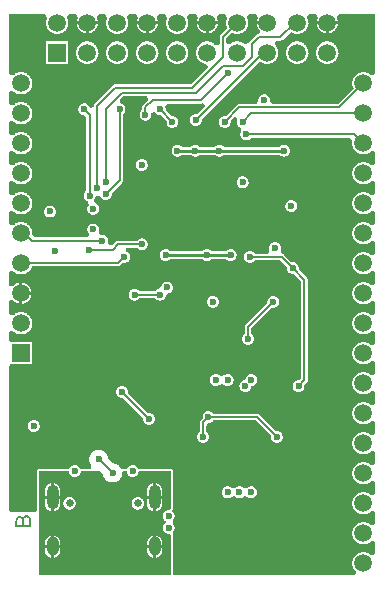
<source format=gbl>
G04*
G04 #@! TF.GenerationSoftware,Altium Limited,Altium Designer,20.0.11 (256)*
G04*
G04 Layer_Physical_Order=4*
G04 Layer_Color=16711680*
%FSLAX25Y25*%
%MOIN*%
G70*
G01*
G75*
%ADD10C,0.00600*%
%ADD58C,0.02559*%
%ADD83C,0.01000*%
%ADD84C,0.00810*%
%ADD87C,0.05906*%
%ADD88R,0.05906X0.05906*%
%ADD89O,0.03937X0.06299*%
%ADD90O,0.03937X0.08268*%
%ADD91R,0.05906X0.05906*%
%ADD92C,0.02362*%
G36*
X124016Y168911D02*
X123381Y168557D01*
X122816Y168473D01*
X122735Y168562D01*
X122493Y168783D01*
X122233Y168983D01*
X121957Y169159D01*
X121666Y169310D01*
X121363Y169435D01*
X121051Y169534D01*
X120731Y169605D01*
X120406Y169648D01*
X120079Y169662D01*
X119751Y169648D01*
X119427Y169605D01*
X119106Y169534D01*
X118794Y169435D01*
X118491Y169310D01*
X118201Y169159D01*
X117924Y168983D01*
X117664Y168783D01*
X117423Y168562D01*
X117201Y168320D01*
X117002Y168060D01*
X116826Y167784D01*
X116674Y167493D01*
X116549Y167190D01*
X116450Y166878D01*
X116379Y166558D01*
X116337Y166233D01*
X116322Y165905D01*
X116337Y165578D01*
X116379Y165253D01*
X116450Y164933D01*
X116549Y164621D01*
X116674Y164318D01*
X116762Y164149D01*
X111516Y158903D01*
X89906D01*
X89579Y159107D01*
X89543Y159143D01*
X89027Y159897D01*
X88979Y160103D01*
X88984Y160200D01*
X88972Y160422D01*
X88934Y160642D01*
X88873Y160855D01*
X88788Y161061D01*
X88680Y161256D01*
X88551Y161437D01*
X88403Y161603D01*
X88237Y161751D01*
X88056Y161880D01*
X87861Y161988D01*
X87655Y162073D01*
X87441Y162135D01*
X87222Y162172D01*
X87000Y162184D01*
X86778Y162172D01*
X86559Y162135D01*
X86345Y162073D01*
X86139Y161988D01*
X85944Y161880D01*
X85763Y161751D01*
X85597Y161603D01*
X85449Y161437D01*
X85320Y161256D01*
X85212Y161061D01*
X85127Y160855D01*
X85066Y160642D01*
X85028Y160422D01*
X85016Y160200D01*
X85021Y160103D01*
X84973Y159897D01*
X84457Y159143D01*
X84421Y159107D01*
X84094Y158903D01*
X78600D01*
X78427Y158890D01*
X78259Y158849D01*
X78099Y158783D01*
X77951Y158693D01*
X77820Y158580D01*
X74184Y154944D01*
X74022Y154972D01*
X73800Y154984D01*
X73578Y154972D01*
X73359Y154935D01*
X73145Y154873D01*
X72939Y154788D01*
X72744Y154680D01*
X72563Y154551D01*
X72397Y154403D01*
X72249Y154237D01*
X72120Y154056D01*
X72012Y153861D01*
X71927Y153655D01*
X71865Y153442D01*
X71828Y153222D01*
X71816Y153000D01*
X71828Y152778D01*
X71865Y152559D01*
X71927Y152345D01*
X72012Y152139D01*
X72120Y151944D01*
X72249Y151763D01*
X72397Y151597D01*
X72563Y151449D01*
X72744Y151320D01*
X72939Y151212D01*
X73145Y151127D01*
X73359Y151066D01*
X73578Y151028D01*
X73800Y151016D01*
X74022Y151028D01*
X74242Y151066D01*
X74455Y151127D01*
X74661Y151212D01*
X74856Y151320D01*
X75037Y151449D01*
X75203Y151597D01*
X75351Y151763D01*
X75480Y151944D01*
X75588Y152139D01*
X75673Y152345D01*
X75735Y152559D01*
X75772Y152778D01*
X75784Y153000D01*
X75772Y153222D01*
X75744Y153384D01*
X77216Y154856D01*
X78136Y154079D01*
X78120Y154056D01*
X78012Y153861D01*
X77927Y153655D01*
X77865Y153442D01*
X77828Y153222D01*
X77816Y153000D01*
X77828Y152778D01*
X77865Y152559D01*
X77927Y152345D01*
X78012Y152139D01*
X78120Y151944D01*
X78249Y151763D01*
X78397Y151597D01*
X78563Y151449D01*
X78744Y151320D01*
X78939Y151212D01*
X79140Y150905D01*
X79263Y150557D01*
X79332Y150229D01*
X79320Y149856D01*
X79212Y149661D01*
X79127Y149455D01*
X79066Y149241D01*
X79028Y149022D01*
X79016Y148800D01*
X79028Y148578D01*
X79066Y148359D01*
X79127Y148145D01*
X79212Y147939D01*
X79320Y147744D01*
X79449Y147563D01*
X79597Y147397D01*
X79763Y147249D01*
X79944Y147120D01*
X80139Y147012D01*
X80345Y146927D01*
X80559Y146865D01*
X80778Y146828D01*
X81000Y146816D01*
X81222Y146828D01*
X81441Y146865D01*
X81655Y146927D01*
X81861Y147012D01*
X82056Y147120D01*
X82237Y147249D01*
X82403Y147397D01*
X82551Y147563D01*
X82646Y147697D01*
X115460D01*
X115600Y147631D01*
X115848Y147412D01*
X116370Y146573D01*
X116371Y146497D01*
X116337Y146233D01*
X116322Y145905D01*
X116337Y145578D01*
X116379Y145253D01*
X116450Y144933D01*
X116549Y144621D01*
X116674Y144318D01*
X116826Y144027D01*
X117002Y143751D01*
X117201Y143491D01*
X117423Y143249D01*
X117664Y143028D01*
X117924Y142829D01*
X118201Y142652D01*
X118491Y142501D01*
X118794Y142376D01*
X119106Y142277D01*
X119427Y142206D01*
X119751Y142164D01*
X120079Y142149D01*
X120406Y142164D01*
X120731Y142206D01*
X121051Y142277D01*
X121363Y142376D01*
X121666Y142501D01*
X121957Y142652D01*
X122233Y142829D01*
X122493Y143028D01*
X122735Y143249D01*
X122816Y143338D01*
X123381Y143254D01*
X124016Y142901D01*
Y138910D01*
X123381Y138557D01*
X122816Y138473D01*
X122735Y138562D01*
X122493Y138783D01*
X122233Y138982D01*
X121957Y139159D01*
X121666Y139310D01*
X121363Y139435D01*
X121051Y139534D01*
X120731Y139605D01*
X120406Y139648D01*
X120079Y139662D01*
X119751Y139648D01*
X119427Y139605D01*
X119106Y139534D01*
X118794Y139435D01*
X118491Y139310D01*
X118201Y139159D01*
X117924Y138982D01*
X117664Y138783D01*
X117423Y138562D01*
X117201Y138320D01*
X117002Y138060D01*
X116826Y137784D01*
X116674Y137493D01*
X116549Y137190D01*
X116450Y136878D01*
X116379Y136558D01*
X116337Y136233D01*
X116322Y135906D01*
X116337Y135578D01*
X116379Y135253D01*
X116450Y134933D01*
X116549Y134621D01*
X116674Y134318D01*
X116826Y134027D01*
X117002Y133751D01*
X117201Y133491D01*
X117423Y133249D01*
X117664Y133028D01*
X117924Y132828D01*
X118201Y132652D01*
X118491Y132501D01*
X118794Y132376D01*
X119106Y132277D01*
X119427Y132206D01*
X119751Y132164D01*
X120079Y132149D01*
X120406Y132164D01*
X120731Y132206D01*
X121051Y132277D01*
X121363Y132376D01*
X121666Y132501D01*
X121957Y132652D01*
X122233Y132828D01*
X122493Y133028D01*
X122735Y133249D01*
X122816Y133338D01*
X123381Y133254D01*
X124016Y132901D01*
Y128911D01*
X123381Y128557D01*
X122816Y128473D01*
X122735Y128562D01*
X122493Y128783D01*
X122233Y128982D01*
X121957Y129159D01*
X121666Y129310D01*
X121363Y129435D01*
X121051Y129534D01*
X120731Y129605D01*
X120406Y129648D01*
X120079Y129662D01*
X119751Y129648D01*
X119427Y129605D01*
X119106Y129534D01*
X118794Y129435D01*
X118491Y129310D01*
X118201Y129159D01*
X117924Y128982D01*
X117664Y128783D01*
X117423Y128562D01*
X117201Y128320D01*
X117002Y128060D01*
X116826Y127784D01*
X116674Y127493D01*
X116549Y127190D01*
X116450Y126878D01*
X116379Y126558D01*
X116337Y126233D01*
X116322Y125906D01*
X116337Y125578D01*
X116379Y125253D01*
X116450Y124933D01*
X116549Y124621D01*
X116674Y124318D01*
X116826Y124027D01*
X117002Y123751D01*
X117201Y123491D01*
X117423Y123249D01*
X117664Y123028D01*
X117924Y122828D01*
X118201Y122652D01*
X118491Y122501D01*
X118794Y122376D01*
X119106Y122277D01*
X119427Y122206D01*
X119751Y122163D01*
X120079Y122149D01*
X120406Y122163D01*
X120731Y122206D01*
X121051Y122277D01*
X121363Y122376D01*
X121666Y122501D01*
X121957Y122652D01*
X122233Y122828D01*
X122493Y123028D01*
X122735Y123249D01*
X122816Y123338D01*
X123381Y123254D01*
X124016Y122900D01*
Y118911D01*
X123381Y118557D01*
X122816Y118473D01*
X122735Y118562D01*
X122493Y118783D01*
X122233Y118983D01*
X121957Y119159D01*
X121666Y119310D01*
X121363Y119435D01*
X121051Y119534D01*
X120731Y119605D01*
X120406Y119648D01*
X120079Y119662D01*
X119751Y119648D01*
X119427Y119605D01*
X119106Y119534D01*
X118794Y119435D01*
X118491Y119310D01*
X118201Y119159D01*
X117924Y118983D01*
X117664Y118783D01*
X117423Y118562D01*
X117201Y118320D01*
X117002Y118060D01*
X116826Y117784D01*
X116674Y117493D01*
X116549Y117190D01*
X116450Y116878D01*
X116379Y116558D01*
X116337Y116233D01*
X116322Y115905D01*
X116337Y115578D01*
X116379Y115253D01*
X116450Y114933D01*
X116549Y114621D01*
X116674Y114318D01*
X116826Y114027D01*
X117002Y113751D01*
X117201Y113491D01*
X117423Y113249D01*
X117664Y113028D01*
X117924Y112829D01*
X118201Y112652D01*
X118491Y112501D01*
X118794Y112376D01*
X119106Y112277D01*
X119427Y112206D01*
X119751Y112163D01*
X120079Y112149D01*
X120406Y112163D01*
X120731Y112206D01*
X121051Y112277D01*
X121363Y112376D01*
X121666Y112501D01*
X121957Y112652D01*
X122233Y112829D01*
X122493Y113028D01*
X122735Y113249D01*
X122816Y113338D01*
X123381Y113254D01*
X124016Y112900D01*
Y108911D01*
X123381Y108557D01*
X122816Y108473D01*
X122735Y108562D01*
X122493Y108783D01*
X122233Y108983D01*
X121957Y109159D01*
X121666Y109310D01*
X121363Y109435D01*
X121051Y109534D01*
X120731Y109605D01*
X120406Y109648D01*
X120079Y109662D01*
X119751Y109648D01*
X119427Y109605D01*
X119106Y109534D01*
X118794Y109435D01*
X118491Y109310D01*
X118201Y109159D01*
X117924Y108983D01*
X117664Y108783D01*
X117423Y108562D01*
X117201Y108320D01*
X117002Y108060D01*
X116826Y107784D01*
X116674Y107493D01*
X116549Y107190D01*
X116450Y106878D01*
X116379Y106558D01*
X116337Y106233D01*
X116322Y105905D01*
X116337Y105578D01*
X116379Y105253D01*
X116450Y104933D01*
X116549Y104621D01*
X116674Y104318D01*
X116826Y104027D01*
X117002Y103751D01*
X117201Y103491D01*
X117423Y103249D01*
X117664Y103028D01*
X117924Y102829D01*
X118201Y102652D01*
X118491Y102501D01*
X118794Y102376D01*
X119106Y102277D01*
X119427Y102206D01*
X119751Y102164D01*
X120079Y102149D01*
X120406Y102164D01*
X120731Y102206D01*
X121051Y102277D01*
X121363Y102376D01*
X121666Y102501D01*
X121957Y102652D01*
X122233Y102829D01*
X122493Y103028D01*
X122735Y103249D01*
X122816Y103338D01*
X123381Y103254D01*
X124016Y102901D01*
Y98910D01*
X123381Y98557D01*
X122816Y98473D01*
X122735Y98562D01*
X122493Y98783D01*
X122233Y98983D01*
X121957Y99159D01*
X121666Y99310D01*
X121363Y99435D01*
X121051Y99534D01*
X120731Y99605D01*
X120406Y99648D01*
X120079Y99662D01*
X119751Y99648D01*
X119427Y99605D01*
X119106Y99534D01*
X118794Y99435D01*
X118491Y99310D01*
X118201Y99159D01*
X117924Y98983D01*
X117664Y98783D01*
X117423Y98562D01*
X117201Y98320D01*
X117002Y98060D01*
X116826Y97784D01*
X116674Y97493D01*
X116549Y97190D01*
X116450Y96878D01*
X116379Y96558D01*
X116337Y96233D01*
X116322Y95906D01*
X116337Y95578D01*
X116379Y95253D01*
X116450Y94933D01*
X116549Y94621D01*
X116674Y94318D01*
X116826Y94027D01*
X117002Y93751D01*
X117201Y93491D01*
X117423Y93249D01*
X117664Y93028D01*
X117924Y92829D01*
X118201Y92652D01*
X118491Y92501D01*
X118794Y92376D01*
X119106Y92277D01*
X119427Y92206D01*
X119751Y92163D01*
X120079Y92149D01*
X120406Y92163D01*
X120731Y92206D01*
X121051Y92277D01*
X121363Y92376D01*
X121666Y92501D01*
X121957Y92652D01*
X122233Y92829D01*
X122493Y93028D01*
X122735Y93249D01*
X122816Y93338D01*
X123381Y93254D01*
X124016Y92901D01*
Y88911D01*
X123381Y88557D01*
X122816Y88473D01*
X122735Y88562D01*
X122493Y88783D01*
X122233Y88982D01*
X121957Y89159D01*
X121666Y89310D01*
X121363Y89435D01*
X121051Y89534D01*
X120731Y89605D01*
X120406Y89648D01*
X120079Y89662D01*
X119751Y89648D01*
X119427Y89605D01*
X119106Y89534D01*
X118794Y89435D01*
X118491Y89310D01*
X118201Y89159D01*
X117924Y88982D01*
X117664Y88783D01*
X117423Y88562D01*
X117201Y88320D01*
X117002Y88060D01*
X116826Y87784D01*
X116674Y87493D01*
X116549Y87190D01*
X116450Y86878D01*
X116379Y86558D01*
X116337Y86233D01*
X116322Y85905D01*
X116337Y85578D01*
X116379Y85253D01*
X116450Y84933D01*
X116549Y84621D01*
X116674Y84318D01*
X116826Y84027D01*
X117002Y83751D01*
X117201Y83491D01*
X117423Y83249D01*
X117664Y83028D01*
X117924Y82828D01*
X118201Y82652D01*
X118491Y82501D01*
X118794Y82376D01*
X119106Y82277D01*
X119427Y82206D01*
X119751Y82164D01*
X120079Y82149D01*
X120406Y82164D01*
X120731Y82206D01*
X121051Y82277D01*
X121363Y82376D01*
X121666Y82501D01*
X121957Y82652D01*
X122233Y82828D01*
X122493Y83028D01*
X122735Y83249D01*
X122816Y83338D01*
X123381Y83254D01*
X124016Y82901D01*
Y78910D01*
X123381Y78557D01*
X122816Y78473D01*
X122735Y78562D01*
X122493Y78783D01*
X122233Y78983D01*
X121957Y79159D01*
X121666Y79310D01*
X121363Y79435D01*
X121051Y79534D01*
X120731Y79605D01*
X120406Y79648D01*
X120079Y79662D01*
X119751Y79648D01*
X119427Y79605D01*
X119106Y79534D01*
X118794Y79435D01*
X118491Y79310D01*
X118201Y79159D01*
X117924Y78983D01*
X117664Y78783D01*
X117423Y78562D01*
X117201Y78320D01*
X117002Y78060D01*
X116826Y77784D01*
X116674Y77493D01*
X116549Y77190D01*
X116450Y76878D01*
X116379Y76558D01*
X116337Y76233D01*
X116322Y75906D01*
X116337Y75578D01*
X116379Y75253D01*
X116450Y74933D01*
X116549Y74621D01*
X116674Y74318D01*
X116826Y74027D01*
X117002Y73751D01*
X117201Y73491D01*
X117423Y73249D01*
X117664Y73028D01*
X117924Y72829D01*
X118201Y72652D01*
X118491Y72501D01*
X118794Y72376D01*
X119106Y72277D01*
X119427Y72206D01*
X119751Y72163D01*
X120079Y72149D01*
X120406Y72163D01*
X120731Y72206D01*
X121051Y72277D01*
X121363Y72376D01*
X121666Y72501D01*
X121957Y72652D01*
X122233Y72829D01*
X122493Y73028D01*
X122735Y73249D01*
X122816Y73338D01*
X123381Y73254D01*
X124016Y72900D01*
Y68910D01*
X123381Y68557D01*
X122816Y68473D01*
X122735Y68562D01*
X122493Y68783D01*
X122233Y68982D01*
X121957Y69159D01*
X121666Y69310D01*
X121363Y69435D01*
X121051Y69534D01*
X120731Y69605D01*
X120406Y69648D01*
X120079Y69662D01*
X119751Y69648D01*
X119427Y69605D01*
X119106Y69534D01*
X118794Y69435D01*
X118491Y69310D01*
X118201Y69159D01*
X117924Y68982D01*
X117664Y68783D01*
X117423Y68562D01*
X117201Y68320D01*
X117002Y68060D01*
X116826Y67784D01*
X116674Y67493D01*
X116549Y67190D01*
X116450Y66878D01*
X116379Y66558D01*
X116337Y66233D01*
X116322Y65905D01*
X116337Y65578D01*
X116379Y65253D01*
X116450Y64933D01*
X116549Y64621D01*
X116674Y64318D01*
X116826Y64027D01*
X117002Y63751D01*
X117201Y63491D01*
X117423Y63249D01*
X117664Y63028D01*
X117924Y62828D01*
X118201Y62652D01*
X118491Y62501D01*
X118794Y62376D01*
X119106Y62277D01*
X119427Y62206D01*
X119751Y62164D01*
X120079Y62149D01*
X120406Y62164D01*
X120731Y62206D01*
X121051Y62277D01*
X121363Y62376D01*
X121666Y62501D01*
X121957Y62652D01*
X122233Y62828D01*
X122493Y63028D01*
X122735Y63249D01*
X122816Y63338D01*
X123381Y63254D01*
X124016Y62901D01*
Y58911D01*
X123381Y58557D01*
X122816Y58473D01*
X122735Y58562D01*
X122493Y58783D01*
X122233Y58982D01*
X121957Y59159D01*
X121666Y59310D01*
X121363Y59435D01*
X121051Y59534D01*
X120731Y59605D01*
X120406Y59648D01*
X120079Y59662D01*
X119751Y59648D01*
X119427Y59605D01*
X119106Y59534D01*
X118794Y59435D01*
X118491Y59310D01*
X118201Y59159D01*
X117924Y58982D01*
X117664Y58783D01*
X117423Y58562D01*
X117201Y58320D01*
X117002Y58060D01*
X116826Y57784D01*
X116674Y57493D01*
X116549Y57190D01*
X116450Y56878D01*
X116379Y56558D01*
X116337Y56233D01*
X116322Y55905D01*
X116337Y55578D01*
X116379Y55253D01*
X116450Y54933D01*
X116549Y54621D01*
X116674Y54318D01*
X116826Y54027D01*
X117002Y53751D01*
X117201Y53491D01*
X117423Y53249D01*
X117664Y53028D01*
X117924Y52829D01*
X118201Y52652D01*
X118491Y52501D01*
X118794Y52376D01*
X119106Y52277D01*
X119427Y52206D01*
X119751Y52163D01*
X120079Y52149D01*
X120406Y52163D01*
X120731Y52206D01*
X121051Y52277D01*
X121363Y52376D01*
X121666Y52501D01*
X121957Y52652D01*
X122233Y52829D01*
X122493Y53028D01*
X122735Y53249D01*
X122816Y53338D01*
X123381Y53254D01*
X124016Y52900D01*
Y48910D01*
X123381Y48557D01*
X122816Y48473D01*
X122735Y48562D01*
X122493Y48783D01*
X122233Y48983D01*
X121957Y49159D01*
X121666Y49310D01*
X121363Y49435D01*
X121051Y49534D01*
X120731Y49605D01*
X120406Y49648D01*
X120079Y49662D01*
X119751Y49648D01*
X119427Y49605D01*
X119106Y49534D01*
X118794Y49435D01*
X118491Y49310D01*
X118201Y49159D01*
X117924Y48983D01*
X117664Y48783D01*
X117423Y48562D01*
X117201Y48320D01*
X117002Y48060D01*
X116826Y47784D01*
X116674Y47493D01*
X116549Y47190D01*
X116450Y46878D01*
X116379Y46558D01*
X116337Y46233D01*
X116322Y45906D01*
X116337Y45578D01*
X116379Y45253D01*
X116450Y44933D01*
X116549Y44621D01*
X116674Y44318D01*
X116826Y44027D01*
X117002Y43751D01*
X117201Y43491D01*
X117423Y43249D01*
X117664Y43028D01*
X117924Y42829D01*
X118201Y42652D01*
X118491Y42501D01*
X118794Y42376D01*
X119106Y42277D01*
X119427Y42206D01*
X119751Y42164D01*
X120079Y42149D01*
X120406Y42164D01*
X120731Y42206D01*
X121051Y42277D01*
X121363Y42376D01*
X121666Y42501D01*
X121957Y42652D01*
X122233Y42829D01*
X122493Y43028D01*
X122735Y43249D01*
X122816Y43338D01*
X123381Y43254D01*
X124016Y42900D01*
Y38910D01*
X123381Y38557D01*
X122816Y38473D01*
X122735Y38562D01*
X122493Y38783D01*
X122233Y38982D01*
X121957Y39159D01*
X121666Y39310D01*
X121363Y39435D01*
X121051Y39534D01*
X120731Y39605D01*
X120406Y39648D01*
X120079Y39662D01*
X119751Y39648D01*
X119427Y39605D01*
X119106Y39534D01*
X118794Y39435D01*
X118491Y39310D01*
X118201Y39159D01*
X117924Y38982D01*
X117664Y38783D01*
X117423Y38562D01*
X117201Y38320D01*
X117002Y38060D01*
X116826Y37784D01*
X116674Y37493D01*
X116549Y37190D01*
X116450Y36878D01*
X116379Y36558D01*
X116337Y36233D01*
X116322Y35906D01*
X116337Y35578D01*
X116379Y35253D01*
X116450Y34933D01*
X116549Y34621D01*
X116674Y34318D01*
X116826Y34027D01*
X117002Y33751D01*
X117201Y33491D01*
X117423Y33249D01*
X117664Y33028D01*
X117924Y32829D01*
X118201Y32652D01*
X118491Y32501D01*
X118794Y32376D01*
X119106Y32277D01*
X119427Y32206D01*
X119751Y32164D01*
X120079Y32149D01*
X120406Y32164D01*
X120731Y32206D01*
X121051Y32277D01*
X121363Y32376D01*
X121666Y32501D01*
X121957Y32652D01*
X122233Y32829D01*
X122493Y33028D01*
X122735Y33249D01*
X122816Y33338D01*
X123381Y33254D01*
X124016Y32901D01*
Y28910D01*
X123381Y28557D01*
X122816Y28473D01*
X122735Y28562D01*
X122493Y28783D01*
X122233Y28982D01*
X121957Y29159D01*
X121666Y29310D01*
X121363Y29435D01*
X121051Y29534D01*
X120731Y29605D01*
X120406Y29648D01*
X120079Y29662D01*
X119751Y29648D01*
X119427Y29605D01*
X119106Y29534D01*
X118794Y29435D01*
X118491Y29310D01*
X118201Y29159D01*
X117924Y28982D01*
X117664Y28783D01*
X117423Y28562D01*
X117201Y28320D01*
X117002Y28060D01*
X116826Y27784D01*
X116674Y27493D01*
X116549Y27190D01*
X116450Y26878D01*
X116379Y26558D01*
X116337Y26233D01*
X116322Y25905D01*
X116337Y25578D01*
X116379Y25253D01*
X116450Y24933D01*
X116549Y24621D01*
X116674Y24318D01*
X116826Y24027D01*
X117002Y23751D01*
X117201Y23491D01*
X117423Y23249D01*
X117664Y23028D01*
X117924Y22828D01*
X118201Y22652D01*
X118491Y22501D01*
X118794Y22376D01*
X119106Y22277D01*
X119427Y22206D01*
X119751Y22163D01*
X120079Y22149D01*
X120406Y22163D01*
X120731Y22206D01*
X121051Y22277D01*
X121363Y22376D01*
X121666Y22501D01*
X121957Y22652D01*
X122233Y22828D01*
X122493Y23028D01*
X122735Y23249D01*
X122816Y23338D01*
X123381Y23254D01*
X124016Y22900D01*
Y18911D01*
X123381Y18557D01*
X122816Y18473D01*
X122735Y18562D01*
X122493Y18783D01*
X122233Y18982D01*
X121957Y19159D01*
X121666Y19310D01*
X121363Y19435D01*
X121051Y19534D01*
X120731Y19605D01*
X120406Y19648D01*
X120079Y19662D01*
X119751Y19648D01*
X119427Y19605D01*
X119106Y19534D01*
X118794Y19435D01*
X118491Y19310D01*
X118201Y19159D01*
X117924Y18982D01*
X117664Y18783D01*
X117423Y18562D01*
X117201Y18320D01*
X117002Y18060D01*
X116826Y17784D01*
X116674Y17493D01*
X116549Y17190D01*
X116450Y16878D01*
X116379Y16558D01*
X116337Y16233D01*
X116322Y15905D01*
X116337Y15578D01*
X116379Y15253D01*
X116450Y14933D01*
X116549Y14621D01*
X116674Y14318D01*
X116826Y14027D01*
X117002Y13751D01*
X117201Y13491D01*
X117423Y13249D01*
X117664Y13028D01*
X117924Y12829D01*
X118201Y12652D01*
X118491Y12501D01*
X118794Y12376D01*
X119106Y12277D01*
X119427Y12206D01*
X119751Y12163D01*
X120079Y12149D01*
X120406Y12163D01*
X120731Y12206D01*
X121051Y12277D01*
X121363Y12376D01*
X121666Y12501D01*
X121957Y12652D01*
X122233Y12829D01*
X122493Y13028D01*
X122735Y13249D01*
X122816Y13338D01*
X123381Y13254D01*
X124016Y12900D01*
Y8911D01*
X123381Y8557D01*
X122816Y8473D01*
X122735Y8562D01*
X122493Y8783D01*
X122233Y8982D01*
X121957Y9159D01*
X121666Y9310D01*
X121363Y9435D01*
X121051Y9534D01*
X120731Y9605D01*
X120406Y9647D01*
X120079Y9662D01*
X119751Y9647D01*
X119427Y9605D01*
X119106Y9534D01*
X118794Y9435D01*
X118491Y9310D01*
X118201Y9159D01*
X117924Y8982D01*
X117664Y8783D01*
X117423Y8562D01*
X117201Y8320D01*
X117002Y8060D01*
X116826Y7784D01*
X116674Y7493D01*
X116549Y7190D01*
X116450Y6878D01*
X116379Y6558D01*
X116337Y6233D01*
X116322Y5906D01*
X116337Y5578D01*
X116379Y5253D01*
X116450Y4933D01*
X116549Y4621D01*
X116674Y4318D01*
X116826Y4027D01*
X117002Y3751D01*
X117201Y3491D01*
X117423Y3249D01*
X117511Y3168D01*
X117427Y2603D01*
X117074Y1969D01*
X56604D01*
Y15331D01*
X56600Y15370D01*
X56600Y15409D01*
X56592Y15448D01*
X56588Y15488D01*
X56577Y15525D01*
X56570Y15563D01*
X56554Y15600D01*
X56543Y15639D01*
X56524Y15673D01*
X56509Y15709D01*
X56458Y15805D01*
X56452Y15815D01*
X56447Y15825D01*
X56408Y15880D01*
X56371Y15937D01*
X56521Y16314D01*
X56669Y16479D01*
X56669Y16479D01*
X56798Y16661D01*
X56906Y16856D01*
X56991Y17061D01*
X57053Y17275D01*
X57090Y17494D01*
X57102Y17717D01*
X57090Y17939D01*
X57053Y18158D01*
X56991Y18372D01*
X56906Y18577D01*
X56798Y18772D01*
X56709Y18898D01*
X56655Y19006D01*
X56521Y19496D01*
Y19874D01*
X56655Y20364D01*
X56709Y20472D01*
X56798Y20598D01*
X56906Y20793D01*
X56991Y20998D01*
X57053Y21212D01*
X57090Y21431D01*
X57102Y21654D01*
X57090Y21876D01*
X57053Y22095D01*
X56991Y22309D01*
X56906Y22514D01*
X56798Y22709D01*
X56669Y22891D01*
X56669Y22891D01*
X56521Y23057D01*
X56371Y23433D01*
X56408Y23490D01*
X56447Y23545D01*
X56452Y23555D01*
X56458Y23565D01*
X56509Y23661D01*
X56524Y23697D01*
X56543Y23731D01*
X56554Y23770D01*
X56570Y23807D01*
X56577Y23845D01*
X56588Y23882D01*
X56592Y23922D01*
X56600Y23961D01*
X56600Y24000D01*
X56604Y24039D01*
Y36600D01*
X56588Y36757D01*
X56543Y36908D01*
X56468Y37047D01*
X56368Y37168D01*
X56247Y37268D01*
X56108Y37343D01*
X55957Y37388D01*
X55800Y37404D01*
X45094D01*
X45038Y37398D01*
X44982Y37396D01*
X44960Y37391D01*
X44938Y37388D01*
X44929Y37386D01*
X44898Y37461D01*
X44790Y37656D01*
X44662Y37837D01*
X44513Y38003D01*
X44347Y38151D01*
X44166Y38280D01*
X43971Y38388D01*
X43766Y38473D01*
X43552Y38535D01*
X43332Y38572D01*
X43110Y38584D01*
X42888Y38572D01*
X42669Y38535D01*
X42455Y38473D01*
X42249Y38388D01*
X42055Y38280D01*
X41873Y38151D01*
X41707Y38003D01*
X41559Y37837D01*
X41430Y37656D01*
X41322Y37461D01*
X41291Y37386D01*
X41283Y37388D01*
X41260Y37391D01*
X41238Y37396D01*
X41182Y37398D01*
X41126Y37404D01*
X39962D01*
X39900Y37398D01*
X39837Y37394D01*
X39821Y37390D01*
X39805Y37388D01*
X39745Y37370D01*
X39685Y37355D01*
X39398Y37446D01*
X38879Y38021D01*
X38879Y38021D01*
X38790Y38119D01*
X38669Y38252D01*
X38438Y38462D01*
X38187Y38648D01*
X37919Y38809D01*
X37636Y38943D01*
X37342Y39048D01*
X37039Y39124D01*
X36729Y39170D01*
X36650Y39173D01*
X34973Y40850D01*
X34970Y40929D01*
X34924Y41239D01*
X34848Y41542D01*
X34743Y41836D01*
X34609Y42119D01*
X34448Y42387D01*
X34262Y42638D01*
X34052Y42869D01*
X33821Y43079D01*
X33569Y43266D01*
X33301Y43426D01*
X33019Y43560D01*
X32724Y43665D01*
X32421Y43741D01*
X32112Y43787D01*
X31800Y43802D01*
X31488Y43787D01*
X31179Y43741D01*
X30876Y43665D01*
X30581Y43560D01*
X30299Y43426D01*
X30031Y43266D01*
X29779Y43079D01*
X29548Y42869D01*
X29338Y42638D01*
X29152Y42387D01*
X28991Y42119D01*
X28857Y41836D01*
X28752Y41542D01*
X28676Y41239D01*
X28630Y40929D01*
X28615Y40617D01*
X28630Y40305D01*
X28676Y39996D01*
X28752Y39693D01*
X28857Y39399D01*
X28991Y39116D01*
X29152Y38848D01*
X29338Y38597D01*
X29093Y37763D01*
X28822Y37404D01*
X25803D01*
X25747Y37398D01*
X25691Y37396D01*
X25669Y37391D01*
X25646Y37388D01*
X25638Y37386D01*
X25607Y37461D01*
X25499Y37656D01*
X25370Y37837D01*
X25222Y38003D01*
X25056Y38151D01*
X24875Y38280D01*
X24680Y38388D01*
X24474Y38473D01*
X24260Y38535D01*
X24041Y38572D01*
X23819Y38584D01*
X23597Y38572D01*
X23377Y38535D01*
X23164Y38473D01*
X22958Y38388D01*
X22763Y38280D01*
X22582Y38151D01*
X22416Y38003D01*
X22268Y37837D01*
X22139Y37656D01*
X22031Y37461D01*
X22000Y37386D01*
X21992Y37388D01*
X21969Y37391D01*
X21947Y37396D01*
X21891Y37398D01*
X21835Y37404D01*
X12000D01*
X11843Y37388D01*
X11692Y37343D01*
X11553Y37268D01*
X11432Y37168D01*
X11332Y37047D01*
X11257Y36908D01*
X11212Y36757D01*
X11196Y36600D01*
Y23292D01*
X10200Y22800D01*
X9996Y22800D01*
X3168D01*
X3000Y22800D01*
X1969Y23207D01*
Y71029D01*
X2153Y72153D01*
X3168Y72153D01*
X9658D01*
Y79658D01*
X3168D01*
X2153Y79658D01*
X1969Y80782D01*
Y82901D01*
X2603Y83254D01*
X3168Y83338D01*
X3249Y83249D01*
X3491Y83028D01*
X3751Y82828D01*
X4027Y82652D01*
X4318Y82501D01*
X4621Y82376D01*
X4933Y82277D01*
X5253Y82206D01*
X5578Y82164D01*
X5906Y82149D01*
X6233Y82164D01*
X6558Y82206D01*
X6878Y82277D01*
X7190Y82376D01*
X7493Y82501D01*
X7784Y82652D01*
X8060Y82828D01*
X8320Y83028D01*
X8562Y83249D01*
X8783Y83491D01*
X8982Y83751D01*
X9159Y84027D01*
X9310Y84318D01*
X9435Y84621D01*
X9534Y84933D01*
X9605Y85253D01*
X9647Y85578D01*
X9662Y85905D01*
X9647Y86233D01*
X9605Y86558D01*
X9534Y86878D01*
X9435Y87190D01*
X9310Y87493D01*
X9159Y87784D01*
X8982Y88060D01*
X8783Y88320D01*
X8562Y88562D01*
X8320Y88783D01*
X8060Y88982D01*
X7784Y89159D01*
X7493Y89310D01*
X7190Y89435D01*
X6878Y89534D01*
X6558Y89605D01*
X6233Y89648D01*
X5906Y89662D01*
X5578Y89648D01*
X5253Y89605D01*
X4933Y89534D01*
X4621Y89435D01*
X4318Y89310D01*
X4027Y89159D01*
X3751Y88982D01*
X3491Y88783D01*
X3249Y88562D01*
X3168Y88473D01*
X2603Y88557D01*
X1969Y88911D01*
Y93240D01*
X2362Y93480D01*
X3168Y93636D01*
X3181Y93620D01*
X3391Y93391D01*
X3620Y93181D01*
X3866Y92993D01*
X4127Y92826D01*
X4403Y92683D01*
X4689Y92564D01*
X4985Y92471D01*
X5288Y92403D01*
X5406Y92388D01*
Y95906D01*
Y99423D01*
X5288Y99408D01*
X4985Y99340D01*
X4689Y99247D01*
X4403Y99129D01*
X4127Y98985D01*
X3866Y98818D01*
X3620Y98630D01*
X3391Y98420D01*
X3181Y98191D01*
X3168Y98175D01*
X2362Y98331D01*
X1969Y98571D01*
Y102901D01*
X2603Y103254D01*
X3168Y103338D01*
X3249Y103249D01*
X3491Y103028D01*
X3751Y102829D01*
X4027Y102652D01*
X4318Y102501D01*
X4621Y102376D01*
X4933Y102277D01*
X5253Y102206D01*
X5578Y102164D01*
X5906Y102149D01*
X6233Y102164D01*
X6558Y102206D01*
X6878Y102277D01*
X7190Y102376D01*
X7493Y102501D01*
X7784Y102652D01*
X8060Y102829D01*
X8320Y103028D01*
X8562Y103249D01*
X8783Y103491D01*
X8982Y103751D01*
X9159Y104027D01*
X9310Y104318D01*
X9435Y104621D01*
X9493Y104802D01*
X38260D01*
X38432Y104816D01*
X38601Y104856D01*
X38761Y104922D01*
X38908Y105013D01*
X39040Y105125D01*
X39970Y106056D01*
X40132Y106028D01*
X40354Y106016D01*
X40576Y106028D01*
X40796Y106065D01*
X41010Y106127D01*
X41215Y106212D01*
X41410Y106320D01*
X41592Y106449D01*
X41757Y106597D01*
X41906Y106763D01*
X42034Y106944D01*
X42142Y107139D01*
X42227Y107345D01*
X42289Y107559D01*
X42326Y107778D01*
X42338Y108000D01*
X42326Y108222D01*
X42289Y108441D01*
X42227Y108655D01*
X42142Y108861D01*
X42034Y109056D01*
X41906Y109237D01*
X41757Y109403D01*
X41592Y109551D01*
X41410Y109680D01*
X41215Y109788D01*
X41010Y109873D01*
X40796Y109934D01*
X41030Y111097D01*
X44554D01*
X44649Y110963D01*
X44797Y110797D01*
X44963Y110649D01*
X45144Y110520D01*
X45339Y110412D01*
X45545Y110327D01*
X45759Y110266D01*
X45978Y110228D01*
X46200Y110216D01*
X46422Y110228D01*
X46641Y110266D01*
X46855Y110327D01*
X47061Y110412D01*
X47256Y110520D01*
X47437Y110649D01*
X47603Y110797D01*
X47751Y110963D01*
X47880Y111144D01*
X47988Y111339D01*
X48073Y111545D01*
X48134Y111758D01*
X48172Y111978D01*
X48184Y112200D01*
X48172Y112422D01*
X48134Y112642D01*
X48073Y112855D01*
X47988Y113061D01*
X47880Y113256D01*
X47751Y113437D01*
X47603Y113603D01*
X47437Y113751D01*
X47256Y113880D01*
X47061Y113988D01*
X46855Y114073D01*
X46641Y114135D01*
X46422Y114172D01*
X46200Y114184D01*
X45978Y114172D01*
X45759Y114135D01*
X45545Y114073D01*
X45339Y113988D01*
X45144Y113880D01*
X44963Y113751D01*
X44797Y113603D01*
X44649Y113437D01*
X44554Y113303D01*
X38242D01*
X38069Y113290D01*
X37901Y113249D01*
X37741Y113183D01*
X37593Y113093D01*
X37462Y112980D01*
X36323Y111841D01*
X36058Y111856D01*
X35692Y111972D01*
X34873Y112745D01*
X34934Y112959D01*
X34972Y113178D01*
X34984Y113400D01*
X34972Y113622D01*
X34934Y113841D01*
X34873Y114055D01*
X34788Y114261D01*
X34680Y114456D01*
X34551Y114637D01*
X34403Y114803D01*
X34237Y114951D01*
X34056Y115080D01*
X33861Y115188D01*
X33655Y115273D01*
X33441Y115334D01*
X33222Y115372D01*
X33000Y115384D01*
X32778Y115372D01*
X32639Y115348D01*
X32276Y115622D01*
X32043Y115902D01*
X31826Y116357D01*
X31873Y116471D01*
X31934Y116684D01*
X31972Y116904D01*
X31984Y117126D01*
X31972Y117348D01*
X31934Y117568D01*
X31873Y117781D01*
X31788Y117987D01*
X31680Y118182D01*
X31551Y118363D01*
X31403Y118529D01*
X31237Y118677D01*
X31056Y118806D01*
X30861Y118914D01*
X30655Y118999D01*
X30441Y119061D01*
X30222Y119098D01*
X30000Y119110D01*
X29778Y119098D01*
X29559Y119061D01*
X29345Y118999D01*
X29139Y118914D01*
X28944Y118806D01*
X28763Y118677D01*
X28597Y118529D01*
X28449Y118363D01*
X28320Y118182D01*
X28212Y117987D01*
X28127Y117781D01*
X28065Y117568D01*
X28028Y117348D01*
X28016Y117126D01*
X28028Y116904D01*
X28065Y116684D01*
X28127Y116471D01*
X28212Y116265D01*
X28320Y116070D01*
X28449Y115889D01*
X28597Y115723D01*
X28619Y115703D01*
X28552Y115174D01*
X28199Y114503D01*
X10580D01*
X10272Y114740D01*
X9646Y115565D01*
X9647Y115578D01*
X9662Y115905D01*
X9647Y116233D01*
X9605Y116558D01*
X9534Y116878D01*
X9435Y117190D01*
X9310Y117493D01*
X9159Y117784D01*
X8982Y118060D01*
X8783Y118320D01*
X8562Y118562D01*
X8320Y118783D01*
X8060Y118983D01*
X7784Y119159D01*
X7493Y119310D01*
X7190Y119435D01*
X6878Y119534D01*
X6558Y119605D01*
X6233Y119648D01*
X5906Y119662D01*
X5578Y119648D01*
X5253Y119605D01*
X4933Y119534D01*
X4621Y119435D01*
X4318Y119310D01*
X4027Y119159D01*
X3751Y118983D01*
X3491Y118783D01*
X3249Y118562D01*
X3168Y118473D01*
X2603Y118557D01*
X1969Y118911D01*
Y122900D01*
X2603Y123254D01*
X3168Y123338D01*
X3249Y123249D01*
X3491Y123028D01*
X3751Y122828D01*
X4027Y122652D01*
X4318Y122501D01*
X4621Y122376D01*
X4933Y122277D01*
X5253Y122206D01*
X5578Y122163D01*
X5906Y122149D01*
X6233Y122163D01*
X6558Y122206D01*
X6878Y122277D01*
X7190Y122376D01*
X7493Y122501D01*
X7784Y122652D01*
X8060Y122828D01*
X8320Y123028D01*
X8562Y123249D01*
X8783Y123491D01*
X8982Y123751D01*
X9159Y124027D01*
X9310Y124318D01*
X9435Y124621D01*
X9534Y124933D01*
X9605Y125253D01*
X9647Y125578D01*
X9662Y125906D01*
X9647Y126233D01*
X9605Y126558D01*
X9534Y126878D01*
X9435Y127190D01*
X9310Y127493D01*
X9159Y127784D01*
X8982Y128060D01*
X8783Y128320D01*
X8562Y128562D01*
X8320Y128783D01*
X8060Y128982D01*
X7784Y129159D01*
X7493Y129310D01*
X7190Y129435D01*
X6878Y129534D01*
X6558Y129605D01*
X6233Y129648D01*
X5906Y129662D01*
X5578Y129648D01*
X5253Y129605D01*
X4933Y129534D01*
X4621Y129435D01*
X4318Y129310D01*
X4027Y129159D01*
X3751Y128982D01*
X3491Y128783D01*
X3249Y128562D01*
X3168Y128473D01*
X2603Y128557D01*
X1969Y128911D01*
Y132901D01*
X2603Y133254D01*
X3168Y133338D01*
X3249Y133249D01*
X3491Y133028D01*
X3751Y132828D01*
X4027Y132652D01*
X4318Y132501D01*
X4621Y132376D01*
X4933Y132277D01*
X5253Y132206D01*
X5578Y132164D01*
X5906Y132149D01*
X6233Y132164D01*
X6558Y132206D01*
X6878Y132277D01*
X7190Y132376D01*
X7493Y132501D01*
X7784Y132652D01*
X8060Y132828D01*
X8320Y133028D01*
X8562Y133249D01*
X8783Y133491D01*
X8982Y133751D01*
X9159Y134027D01*
X9310Y134318D01*
X9435Y134621D01*
X9534Y134933D01*
X9605Y135253D01*
X9647Y135578D01*
X9662Y135906D01*
X9647Y136233D01*
X9605Y136558D01*
X9534Y136878D01*
X9435Y137190D01*
X9310Y137493D01*
X9159Y137784D01*
X8982Y138060D01*
X8783Y138320D01*
X8562Y138562D01*
X8320Y138783D01*
X8060Y138982D01*
X7784Y139159D01*
X7493Y139310D01*
X7190Y139435D01*
X6878Y139534D01*
X6558Y139605D01*
X6233Y139648D01*
X5906Y139662D01*
X5578Y139648D01*
X5253Y139605D01*
X4933Y139534D01*
X4621Y139435D01*
X4318Y139310D01*
X4027Y139159D01*
X3751Y138982D01*
X3491Y138783D01*
X3249Y138562D01*
X3168Y138473D01*
X2603Y138557D01*
X1969Y138910D01*
Y142901D01*
X2603Y143254D01*
X3168Y143338D01*
X3249Y143249D01*
X3491Y143028D01*
X3751Y142829D01*
X4027Y142652D01*
X4318Y142501D01*
X4621Y142376D01*
X4933Y142277D01*
X5253Y142206D01*
X5578Y142164D01*
X5906Y142149D01*
X6233Y142164D01*
X6558Y142206D01*
X6878Y142277D01*
X7190Y142376D01*
X7493Y142501D01*
X7784Y142652D01*
X8060Y142829D01*
X8320Y143028D01*
X8562Y143249D01*
X8783Y143491D01*
X8982Y143751D01*
X9159Y144027D01*
X9310Y144318D01*
X9435Y144621D01*
X9534Y144933D01*
X9605Y145253D01*
X9647Y145578D01*
X9662Y145905D01*
X9647Y146233D01*
X9605Y146558D01*
X9534Y146878D01*
X9435Y147190D01*
X9310Y147493D01*
X9159Y147784D01*
X8982Y148060D01*
X8783Y148320D01*
X8562Y148562D01*
X8320Y148783D01*
X8060Y148983D01*
X7784Y149159D01*
X7493Y149310D01*
X7190Y149435D01*
X6878Y149534D01*
X6558Y149605D01*
X6233Y149648D01*
X5906Y149662D01*
X5578Y149648D01*
X5253Y149605D01*
X4933Y149534D01*
X4621Y149435D01*
X4318Y149310D01*
X4027Y149159D01*
X3751Y148983D01*
X3491Y148783D01*
X3249Y148562D01*
X3168Y148473D01*
X2603Y148557D01*
X1969Y148910D01*
Y152901D01*
X2603Y153254D01*
X3168Y153338D01*
X3249Y153249D01*
X3491Y153028D01*
X3751Y152829D01*
X4027Y152652D01*
X4318Y152501D01*
X4621Y152376D01*
X4933Y152277D01*
X5253Y152206D01*
X5578Y152164D01*
X5906Y152149D01*
X6233Y152164D01*
X6558Y152206D01*
X6878Y152277D01*
X7190Y152376D01*
X7493Y152501D01*
X7784Y152652D01*
X8060Y152829D01*
X8320Y153028D01*
X8562Y153249D01*
X8783Y153491D01*
X8982Y153751D01*
X9159Y154027D01*
X9310Y154318D01*
X9435Y154621D01*
X9534Y154933D01*
X9605Y155253D01*
X9647Y155578D01*
X9662Y155905D01*
X9647Y156233D01*
X9605Y156558D01*
X9534Y156878D01*
X9435Y157190D01*
X9310Y157493D01*
X9159Y157784D01*
X8982Y158060D01*
X8783Y158320D01*
X8562Y158562D01*
X8320Y158783D01*
X8060Y158983D01*
X7784Y159159D01*
X7493Y159310D01*
X7190Y159435D01*
X6878Y159534D01*
X6558Y159605D01*
X6233Y159648D01*
X5906Y159662D01*
X5578Y159648D01*
X5253Y159605D01*
X4933Y159534D01*
X4621Y159435D01*
X4318Y159310D01*
X4027Y159159D01*
X3751Y158983D01*
X3491Y158783D01*
X3249Y158562D01*
X3168Y158473D01*
X2603Y158557D01*
X1969Y158911D01*
Y162900D01*
X2603Y163254D01*
X3168Y163338D01*
X3249Y163249D01*
X3491Y163028D01*
X3751Y162829D01*
X4027Y162652D01*
X4318Y162501D01*
X4621Y162376D01*
X4933Y162277D01*
X5253Y162206D01*
X5578Y162163D01*
X5906Y162149D01*
X6233Y162163D01*
X6558Y162206D01*
X6878Y162277D01*
X7190Y162376D01*
X7493Y162501D01*
X7784Y162652D01*
X8060Y162829D01*
X8320Y163028D01*
X8562Y163249D01*
X8783Y163491D01*
X8982Y163751D01*
X9159Y164027D01*
X9310Y164318D01*
X9435Y164621D01*
X9534Y164933D01*
X9605Y165253D01*
X9647Y165578D01*
X9662Y165905D01*
X9647Y166233D01*
X9605Y166558D01*
X9534Y166878D01*
X9435Y167190D01*
X9310Y167493D01*
X9159Y167784D01*
X8982Y168060D01*
X8783Y168320D01*
X8562Y168562D01*
X8320Y168783D01*
X8060Y168983D01*
X7784Y169159D01*
X7493Y169310D01*
X7190Y169435D01*
X6878Y169534D01*
X6558Y169605D01*
X6233Y169648D01*
X5906Y169662D01*
X5578Y169648D01*
X5253Y169605D01*
X4933Y169534D01*
X4621Y169435D01*
X4318Y169310D01*
X4027Y169159D01*
X3751Y168983D01*
X3491Y168783D01*
X3249Y168562D01*
X3168Y168473D01*
X2603Y168557D01*
X1969Y168911D01*
Y188976D01*
X13960D01*
X14071Y188893D01*
X14386Y188463D01*
X14633Y187776D01*
X14588Y187690D01*
X14462Y187387D01*
X14364Y187075D01*
X14293Y186755D01*
X14250Y186430D01*
X14236Y186102D01*
X14250Y185775D01*
X14293Y185450D01*
X14364Y185130D01*
X14462Y184818D01*
X14588Y184515D01*
X14739Y184224D01*
X14915Y183948D01*
X15115Y183688D01*
X15336Y183446D01*
X15578Y183225D01*
X15838Y183025D01*
X16114Y182849D01*
X16405Y182698D01*
X16707Y182573D01*
X17020Y182474D01*
X17340Y182403D01*
X17665Y182360D01*
X17992Y182346D01*
X18319Y182360D01*
X18644Y182403D01*
X18964Y182474D01*
X19277Y182573D01*
X19580Y182698D01*
X19870Y182849D01*
X20147Y183025D01*
X20407Y183225D01*
X20648Y183446D01*
X20870Y183688D01*
X21069Y183948D01*
X21245Y184224D01*
X21396Y184515D01*
X21522Y184818D01*
X21621Y185130D01*
X21691Y185450D01*
X21734Y185775D01*
X21748Y186102D01*
X21734Y186430D01*
X21691Y186755D01*
X21621Y187075D01*
X21522Y187387D01*
X21396Y187690D01*
X21351Y187776D01*
X21598Y188463D01*
X21913Y188893D01*
X22024Y188976D01*
X24207D01*
X24469Y188725D01*
X24709Y188269D01*
X24858Y187776D01*
X24769Y187605D01*
X24651Y187319D01*
X24557Y187023D01*
X24490Y186720D01*
X24475Y186602D01*
X31510D01*
X31494Y186720D01*
X31427Y187023D01*
X31334Y187319D01*
X31215Y187605D01*
X31126Y187776D01*
X31276Y188269D01*
X31515Y188725D01*
X31778Y188976D01*
X33960D01*
X34071Y188893D01*
X34386Y188463D01*
X34633Y187776D01*
X34588Y187690D01*
X34462Y187387D01*
X34364Y187075D01*
X34293Y186755D01*
X34250Y186430D01*
X34236Y186102D01*
X34250Y185775D01*
X34293Y185450D01*
X34364Y185130D01*
X34462Y184818D01*
X34588Y184515D01*
X34739Y184224D01*
X34915Y183948D01*
X35115Y183688D01*
X35336Y183446D01*
X35578Y183225D01*
X35838Y183025D01*
X36114Y182849D01*
X36405Y182698D01*
X36707Y182573D01*
X37020Y182474D01*
X37340Y182403D01*
X37665Y182360D01*
X37992Y182346D01*
X38320Y182360D01*
X38644Y182403D01*
X38964Y182474D01*
X39277Y182573D01*
X39580Y182698D01*
X39870Y182849D01*
X40147Y183025D01*
X40407Y183225D01*
X40648Y183446D01*
X40870Y183688D01*
X41069Y183948D01*
X41245Y184224D01*
X41396Y184515D01*
X41522Y184818D01*
X41620Y185130D01*
X41691Y185450D01*
X41734Y185775D01*
X41748Y186102D01*
X41734Y186430D01*
X41691Y186755D01*
X41620Y187075D01*
X41522Y187387D01*
X41396Y187690D01*
X41352Y187776D01*
X41598Y188463D01*
X41913Y188893D01*
X42024Y188976D01*
X44207D01*
X44469Y188725D01*
X44709Y188269D01*
X44858Y187776D01*
X44769Y187605D01*
X44651Y187319D01*
X44557Y187023D01*
X44490Y186720D01*
X44475Y186602D01*
X51510D01*
X51494Y186720D01*
X51427Y187023D01*
X51334Y187319D01*
X51215Y187605D01*
X51126Y187776D01*
X51276Y188269D01*
X51515Y188725D01*
X51777Y188976D01*
X53960D01*
X54071Y188893D01*
X54386Y188463D01*
X54633Y187776D01*
X54588Y187690D01*
X54462Y187387D01*
X54364Y187075D01*
X54293Y186755D01*
X54250Y186430D01*
X54236Y186102D01*
X54250Y185775D01*
X54293Y185450D01*
X54364Y185130D01*
X54462Y184818D01*
X54588Y184515D01*
X54739Y184224D01*
X54915Y183948D01*
X55115Y183688D01*
X55336Y183446D01*
X55578Y183225D01*
X55838Y183025D01*
X56114Y182849D01*
X56405Y182698D01*
X56707Y182573D01*
X57020Y182474D01*
X57340Y182403D01*
X57665Y182360D01*
X57992Y182346D01*
X58319Y182360D01*
X58644Y182403D01*
X58964Y182474D01*
X59277Y182573D01*
X59580Y182698D01*
X59870Y182849D01*
X60147Y183025D01*
X60407Y183225D01*
X60648Y183446D01*
X60870Y183688D01*
X61069Y183948D01*
X61245Y184224D01*
X61396Y184515D01*
X61522Y184818D01*
X61620Y185130D01*
X61691Y185450D01*
X61734Y185775D01*
X61748Y186102D01*
X61734Y186430D01*
X61691Y186755D01*
X61620Y187075D01*
X61522Y187387D01*
X61396Y187690D01*
X61352Y187776D01*
X61598Y188463D01*
X61913Y188893D01*
X62024Y188976D01*
X64207D01*
X64469Y188725D01*
X64709Y188269D01*
X64858Y187776D01*
X64769Y187605D01*
X64650Y187319D01*
X64557Y187023D01*
X64490Y186720D01*
X64475Y186602D01*
X71510D01*
X71494Y186720D01*
X71427Y187023D01*
X71334Y187319D01*
X71215Y187605D01*
X71126Y187776D01*
X71276Y188269D01*
X71515Y188725D01*
X71777Y188976D01*
X73960D01*
X74071Y188893D01*
X74386Y188463D01*
X74633Y187776D01*
X74588Y187690D01*
X74462Y187387D01*
X74364Y187075D01*
X74293Y186755D01*
X74250Y186430D01*
X74236Y186102D01*
X74250Y185775D01*
X74293Y185450D01*
X74364Y185130D01*
X74462Y184818D01*
X74588Y184515D01*
X74676Y184346D01*
X72420Y182090D01*
X72307Y181959D01*
X72217Y181811D01*
X72151Y181651D01*
X72110Y181483D01*
X72097Y181310D01*
Y178877D01*
X71685Y178629D01*
X70897Y178482D01*
X70870Y178517D01*
X70648Y178759D01*
X70407Y178980D01*
X70147Y179179D01*
X69870Y179355D01*
X69580Y179507D01*
X69277Y179632D01*
X68964Y179731D01*
X68644Y179802D01*
X68319Y179844D01*
X67992Y179859D01*
X67665Y179844D01*
X67340Y179802D01*
X67020Y179731D01*
X66707Y179632D01*
X66405Y179507D01*
X66114Y179355D01*
X65838Y179179D01*
X65578Y178980D01*
X65336Y178759D01*
X65115Y178517D01*
X64915Y178257D01*
X64739Y177980D01*
X64588Y177690D01*
X64462Y177387D01*
X64364Y177075D01*
X64293Y176755D01*
X64250Y176430D01*
X64236Y176102D01*
X64250Y175775D01*
X64293Y175450D01*
X64364Y175130D01*
X64462Y174818D01*
X64588Y174515D01*
X64739Y174224D01*
X64915Y173948D01*
X65115Y173688D01*
X65336Y173446D01*
X65578Y173225D01*
X65838Y173025D01*
X66114Y172849D01*
X66405Y172698D01*
X66707Y172573D01*
X67020Y172474D01*
X67340Y172403D01*
X67665Y172360D01*
X67701Y172359D01*
X68107Y171666D01*
X68193Y171154D01*
X62543Y165503D01*
X37200D01*
X37027Y165490D01*
X36859Y165449D01*
X36699Y165383D01*
X36551Y165293D01*
X36420Y165180D01*
X30420Y159180D01*
X30307Y159049D01*
X30217Y158901D01*
X30151Y158741D01*
X30110Y158573D01*
X30097Y158400D01*
Y157876D01*
X28934Y157641D01*
X28873Y157855D01*
X28788Y158061D01*
X28680Y158256D01*
X28551Y158437D01*
X28403Y158603D01*
X28237Y158751D01*
X28056Y158880D01*
X27861Y158988D01*
X27655Y159073D01*
X27441Y159134D01*
X27222Y159172D01*
X27000Y159184D01*
X26778Y159172D01*
X26559Y159134D01*
X26345Y159073D01*
X26139Y158988D01*
X25944Y158880D01*
X25763Y158751D01*
X25597Y158603D01*
X25449Y158437D01*
X25320Y158256D01*
X25212Y158061D01*
X25127Y157855D01*
X25065Y157641D01*
X25028Y157422D01*
X25016Y157200D01*
X25028Y156978D01*
X25065Y156758D01*
X25127Y156545D01*
X25212Y156339D01*
X25320Y156144D01*
X25449Y155963D01*
X25597Y155797D01*
X25763Y155649D01*
X25944Y155520D01*
X26139Y155412D01*
X26345Y155327D01*
X26559Y155265D01*
X26778Y155228D01*
X27000Y155216D01*
X27600Y154363D01*
X27697Y154143D01*
Y130046D01*
X27563Y129951D01*
X27397Y129803D01*
X27249Y129637D01*
X27120Y129456D01*
X27012Y129261D01*
X26927Y129055D01*
X26866Y128841D01*
X26828Y128622D01*
X26816Y128400D01*
X26828Y128178D01*
X26866Y127959D01*
X26927Y127745D01*
X27012Y127539D01*
X27120Y127344D01*
X27249Y127163D01*
X27397Y126997D01*
X27563Y126849D01*
X27744Y126720D01*
X27939Y126612D01*
X28145Y126527D01*
X28151Y126517D01*
X28407Y125888D01*
X28456Y125289D01*
X28453Y125258D01*
X28449Y125253D01*
X28320Y125071D01*
X28212Y124877D01*
X28127Y124671D01*
X28065Y124457D01*
X28028Y124238D01*
X28016Y124016D01*
X28028Y123794D01*
X28065Y123574D01*
X28127Y123360D01*
X28212Y123155D01*
X28320Y122960D01*
X28449Y122779D01*
X28597Y122613D01*
X28763Y122464D01*
X28944Y122336D01*
X29139Y122228D01*
X29345Y122143D01*
X29559Y122081D01*
X29778Y122044D01*
X30000Y122031D01*
X30222Y122044D01*
X30441Y122081D01*
X30655Y122143D01*
X30861Y122228D01*
X31056Y122336D01*
X31237Y122464D01*
X31403Y122613D01*
X31551Y122779D01*
X31680Y122960D01*
X31788Y123155D01*
X31873Y123360D01*
X31934Y123574D01*
X31972Y123794D01*
X31984Y124016D01*
X31972Y124238D01*
X31934Y124457D01*
X31873Y124671D01*
X31788Y124877D01*
X31680Y125071D01*
X31551Y125253D01*
X31403Y125419D01*
X31237Y125567D01*
X31056Y125696D01*
X30861Y125803D01*
X30655Y125889D01*
X30649Y125899D01*
X30393Y126528D01*
X30344Y127127D01*
X30347Y127158D01*
X30351Y127163D01*
X30480Y127344D01*
X30588Y127539D01*
X30673Y127745D01*
X30735Y127959D01*
X31091Y128315D01*
X32319Y128281D01*
X32327Y128269D01*
X32412Y128063D01*
X32520Y127869D01*
X32649Y127687D01*
X32797Y127521D01*
X32963Y127373D01*
X33144Y127244D01*
X33339Y127137D01*
X33545Y127051D01*
X33759Y126990D01*
X33978Y126953D01*
X34200Y126940D01*
X34422Y126953D01*
X34642Y126990D01*
X34855Y127051D01*
X35061Y127137D01*
X35256Y127244D01*
X35437Y127373D01*
X35603Y127521D01*
X35751Y127687D01*
X35880Y127869D01*
X35988Y128063D01*
X36073Y128269D01*
X36134Y128483D01*
X36172Y128702D01*
X36184Y128924D01*
X36172Y129147D01*
X36144Y129308D01*
X39532Y132696D01*
X39644Y132827D01*
X39735Y132975D01*
X39801Y133135D01*
X39841Y133303D01*
X39855Y133476D01*
Y155554D01*
X39989Y155649D01*
X40155Y155797D01*
X40303Y155963D01*
X40432Y156144D01*
X40539Y156339D01*
X40624Y156545D01*
X40686Y156758D01*
X40723Y156978D01*
X40736Y157200D01*
X40723Y157422D01*
X40686Y157641D01*
X40624Y157855D01*
X40539Y158061D01*
X40432Y158256D01*
X40303Y158437D01*
X40155Y158603D01*
X39989Y158751D01*
X39807Y158880D01*
X39613Y158988D01*
X39407Y159073D01*
X39347Y159090D01*
X39006Y159739D01*
X38950Y159917D01*
X38936Y160376D01*
X40057Y161497D01*
X47839D01*
X48336Y160297D01*
X46620Y158580D01*
X46507Y158449D01*
X46417Y158301D01*
X46351Y158141D01*
X46310Y157973D01*
X46297Y157800D01*
Y157046D01*
X46163Y156951D01*
X45997Y156803D01*
X45849Y156637D01*
X45720Y156456D01*
X45612Y156261D01*
X45527Y156055D01*
X45465Y155842D01*
X45428Y155622D01*
X45416Y155400D01*
X45428Y155178D01*
X45465Y154958D01*
X45527Y154745D01*
X45612Y154539D01*
X45720Y154344D01*
X45849Y154163D01*
X45997Y153997D01*
X46163Y153849D01*
X46344Y153720D01*
X46539Y153612D01*
X46745Y153527D01*
X46959Y153465D01*
X47178Y153428D01*
X47400Y153416D01*
X47622Y153428D01*
X47842Y153465D01*
X48055Y153527D01*
X48261Y153612D01*
X48456Y153720D01*
X48637Y153849D01*
X48803Y153997D01*
X48951Y154163D01*
X49080Y154344D01*
X49188Y154539D01*
X49273Y154745D01*
X49334Y154958D01*
X49372Y155178D01*
X49384Y155400D01*
X49372Y155622D01*
X49334Y155842D01*
X50473Y156144D01*
X50601Y155963D01*
X50750Y155797D01*
X50916Y155649D01*
X51097Y155520D01*
X51292Y155412D01*
X51497Y155327D01*
X51711Y155265D01*
X51931Y155228D01*
X52153Y155216D01*
X52375Y155228D01*
X52557Y155259D01*
X54452Y153364D01*
X54428Y153222D01*
X54416Y153000D01*
X54428Y152778D01*
X54466Y152559D01*
X54527Y152345D01*
X54612Y152139D01*
X54720Y151944D01*
X54849Y151763D01*
X54997Y151597D01*
X55163Y151449D01*
X55344Y151320D01*
X55539Y151212D01*
X55745Y151127D01*
X55958Y151066D01*
X56178Y151028D01*
X56400Y151016D01*
X56622Y151028D01*
X56841Y151066D01*
X57055Y151127D01*
X57261Y151212D01*
X57456Y151320D01*
X57637Y151449D01*
X57803Y151597D01*
X57951Y151763D01*
X58080Y151944D01*
X58188Y152139D01*
X58273Y152345D01*
X58334Y152559D01*
X58372Y152778D01*
X58384Y153000D01*
X58372Y153222D01*
X58334Y153442D01*
X58273Y153655D01*
X58188Y153861D01*
X58080Y154056D01*
X57951Y154237D01*
X57803Y154403D01*
X57637Y154551D01*
X57456Y154680D01*
X57261Y154788D01*
X57055Y154873D01*
X56841Y154935D01*
X56622Y154972D01*
X56400Y154984D01*
X56178Y154972D01*
X55996Y154941D01*
X54101Y156836D01*
X54124Y156978D01*
X54137Y157200D01*
X54124Y157422D01*
X54087Y157641D01*
X54026Y157855D01*
X54009Y157897D01*
X54317Y158694D01*
X54355Y158757D01*
X54708Y159097D01*
X66000D01*
X66173Y159110D01*
X66341Y159151D01*
X66501Y159217D01*
X66649Y159307D01*
X66657Y159315D01*
X67472Y158433D01*
X64584Y155544D01*
X64422Y155572D01*
X64200Y155584D01*
X63978Y155572D01*
X63758Y155535D01*
X63545Y155473D01*
X63339Y155388D01*
X63144Y155280D01*
X62963Y155151D01*
X62797Y155003D01*
X62649Y154837D01*
X62520Y154656D01*
X62412Y154461D01*
X62327Y154255D01*
X62265Y154042D01*
X62228Y153822D01*
X62216Y153600D01*
X62228Y153378D01*
X62265Y153158D01*
X62327Y152945D01*
X62412Y152739D01*
X62520Y152544D01*
X62649Y152363D01*
X62797Y152197D01*
X62963Y152049D01*
X63144Y151920D01*
X63339Y151812D01*
X63545Y151727D01*
X63758Y151665D01*
X63978Y151628D01*
X64200Y151616D01*
X64422Y151628D01*
X64641Y151665D01*
X64855Y151727D01*
X65061Y151812D01*
X65256Y151920D01*
X65437Y152049D01*
X65603Y152197D01*
X65751Y152363D01*
X65880Y152544D01*
X65988Y152739D01*
X66073Y152945D01*
X66135Y153158D01*
X66172Y153378D01*
X66184Y153600D01*
X66172Y153822D01*
X66144Y153984D01*
X85477Y173317D01*
X85578Y173225D01*
X85838Y173025D01*
X86114Y172849D01*
X86405Y172698D01*
X86707Y172573D01*
X87020Y172474D01*
X87340Y172403D01*
X87665Y172360D01*
X87992Y172346D01*
X88319Y172360D01*
X88644Y172403D01*
X88964Y172474D01*
X89277Y172573D01*
X89580Y172698D01*
X89870Y172849D01*
X90147Y173025D01*
X90407Y173225D01*
X90648Y173446D01*
X90870Y173688D01*
X91069Y173948D01*
X91245Y174224D01*
X91396Y174515D01*
X91522Y174818D01*
X91620Y175130D01*
X91691Y175450D01*
X91734Y175775D01*
X91748Y176102D01*
X91734Y176430D01*
X91691Y176755D01*
X91620Y177075D01*
X91522Y177387D01*
X91396Y177690D01*
X91245Y177980D01*
X91069Y178257D01*
X90870Y178517D01*
X90648Y178759D01*
X90497Y178897D01*
X90520Y179226D01*
X90922Y180097D01*
X92400D01*
X92573Y180110D01*
X92741Y180151D01*
X92901Y180217D01*
X93049Y180307D01*
X93180Y180420D01*
X95808Y183048D01*
X95838Y183025D01*
X96114Y182849D01*
X96405Y182698D01*
X96707Y182573D01*
X97020Y182474D01*
X97340Y182403D01*
X97665Y182360D01*
X97992Y182346D01*
X98320Y182360D01*
X98644Y182403D01*
X98964Y182474D01*
X99277Y182573D01*
X99580Y182698D01*
X99870Y182849D01*
X100147Y183025D01*
X100407Y183225D01*
X100648Y183446D01*
X100870Y183688D01*
X101069Y183948D01*
X101245Y184224D01*
X101397Y184515D01*
X101522Y184818D01*
X101620Y185130D01*
X101691Y185450D01*
X101734Y185775D01*
X101749Y186102D01*
X101734Y186430D01*
X101691Y186755D01*
X101620Y187075D01*
X101522Y187387D01*
X101397Y187690D01*
X101351Y187776D01*
X101598Y188463D01*
X101913Y188893D01*
X102024Y188976D01*
X104207D01*
X104470Y188725D01*
X104709Y188269D01*
X104858Y187776D01*
X104769Y187605D01*
X104650Y187319D01*
X104557Y187023D01*
X104490Y186720D01*
X104475Y186602D01*
X111510D01*
X111494Y186720D01*
X111427Y187023D01*
X111334Y187319D01*
X111215Y187605D01*
X111126Y187776D01*
X111276Y188269D01*
X111515Y188725D01*
X111777Y188976D01*
X124016D01*
Y168911D01*
D02*
G37*
G36*
X84469Y188725D02*
X84709Y188269D01*
X84858Y187776D01*
X84769Y187605D01*
X84650Y187319D01*
X84557Y187023D01*
X84490Y186720D01*
X84475Y186602D01*
X87992D01*
Y185602D01*
X84475D01*
X84490Y185485D01*
X84557Y185182D01*
X84650Y184886D01*
X84769Y184599D01*
X84912Y184324D01*
X85079Y184063D01*
X85268Y183817D01*
X85478Y183588D01*
X85570Y183503D01*
X85498Y182936D01*
X85287Y182488D01*
X85142Y182299D01*
X85027Y182290D01*
X84859Y182249D01*
X84699Y182183D01*
X84551Y182093D01*
X84420Y181980D01*
X82020Y179580D01*
X81907Y179449D01*
X81817Y179301D01*
X81800Y179260D01*
X81742Y179214D01*
X81062Y178930D01*
X80500Y178894D01*
X80407Y178980D01*
X80147Y179179D01*
X79870Y179355D01*
X79580Y179507D01*
X79277Y179632D01*
X78964Y179731D01*
X78644Y179802D01*
X78320Y179844D01*
X77992Y179859D01*
X77665Y179844D01*
X77340Y179802D01*
X77020Y179731D01*
X76707Y179632D01*
X76405Y179507D01*
X76114Y179355D01*
X75838Y179179D01*
X75578Y178980D01*
X75503Y178912D01*
X74882Y179044D01*
X74303Y179408D01*
Y180853D01*
X76236Y182786D01*
X76405Y182698D01*
X76707Y182573D01*
X77020Y182474D01*
X77340Y182403D01*
X77665Y182360D01*
X77992Y182346D01*
X78320Y182360D01*
X78644Y182403D01*
X78964Y182474D01*
X79277Y182573D01*
X79580Y182698D01*
X79870Y182849D01*
X80147Y183025D01*
X80407Y183225D01*
X80648Y183446D01*
X80870Y183688D01*
X81069Y183948D01*
X81245Y184224D01*
X81397Y184515D01*
X81522Y184818D01*
X81621Y185130D01*
X81691Y185450D01*
X81734Y185775D01*
X81748Y186102D01*
X81734Y186430D01*
X81691Y186755D01*
X81621Y187075D01*
X81522Y187387D01*
X81397Y187690D01*
X81352Y187776D01*
X81598Y188463D01*
X81913Y188893D01*
X82024Y188976D01*
X84207D01*
X84469Y188725D01*
D02*
G37*
G36*
X55800Y24039D02*
X55749Y23943D01*
X55355Y23637D01*
X55300Y23628D01*
X55118Y23638D01*
X54896Y23625D01*
X54677Y23588D01*
X54463Y23526D01*
X54257Y23441D01*
X54062Y23334D01*
X53881Y23205D01*
X53715Y23057D01*
X53567Y22891D01*
X53438Y22709D01*
X53330Y22514D01*
X53245Y22309D01*
X53184Y22095D01*
X53146Y21876D01*
X53134Y21654D01*
X53146Y21431D01*
X53184Y21212D01*
X53245Y20998D01*
X53330Y20793D01*
X53438Y20598D01*
X53567Y20416D01*
X53715Y20251D01*
X53881Y20102D01*
X54062Y19973D01*
X54071Y19969D01*
X54102Y19892D01*
Y19478D01*
X54071Y19402D01*
X54062Y19397D01*
X53881Y19268D01*
X53715Y19120D01*
X53567Y18954D01*
X53438Y18772D01*
X53330Y18577D01*
X53245Y18372D01*
X53184Y18158D01*
X53146Y17939D01*
X53134Y17717D01*
X53146Y17494D01*
X53184Y17275D01*
X53245Y17061D01*
X53330Y16856D01*
X53438Y16661D01*
X53567Y16479D01*
X53715Y16314D01*
X53881Y16165D01*
X54062Y16036D01*
X54257Y15929D01*
X54463Y15844D01*
X54677Y15782D01*
X54896Y15745D01*
X55118Y15732D01*
X55300Y15743D01*
X55355Y15733D01*
X55749Y15428D01*
X55800Y15331D01*
Y1969D01*
X12000D01*
Y36600D01*
X21835D01*
X21847Y36378D01*
X21884Y36158D01*
X21946Y35945D01*
X22031Y35739D01*
X22139Y35544D01*
X22268Y35363D01*
X22416Y35197D01*
X22582Y35049D01*
X22763Y34920D01*
X22958Y34812D01*
X23164Y34727D01*
X23377Y34666D01*
X23597Y34628D01*
X23819Y34616D01*
X24041Y34628D01*
X24260Y34666D01*
X24474Y34727D01*
X24680Y34812D01*
X24875Y34920D01*
X25056Y35049D01*
X25222Y35197D01*
X25370Y35363D01*
X25499Y35544D01*
X25607Y35739D01*
X25692Y35945D01*
X25753Y36158D01*
X25791Y36378D01*
X25803Y36600D01*
X32411D01*
X33244Y35767D01*
X33248Y35688D01*
X33294Y35379D01*
X33369Y35076D01*
X33475Y34781D01*
X33608Y34499D01*
X33769Y34231D01*
X33955Y33979D01*
X34165Y33748D01*
X34397Y33538D01*
X34648Y33352D01*
X34916Y33191D01*
X35199Y33057D01*
X35493Y32952D01*
X35796Y32876D01*
X36105Y32830D01*
X36417Y32815D01*
X36729Y32830D01*
X37039Y32876D01*
X37342Y32952D01*
X37636Y33057D01*
X37919Y33191D01*
X38187Y33352D01*
X38438Y33538D01*
X38669Y33748D01*
X38879Y33979D01*
X39066Y34231D01*
X39226Y34499D01*
X39360Y34781D01*
X39465Y35076D01*
X39541Y35379D01*
X39587Y35688D01*
X39602Y36000D01*
X39597Y36100D01*
X39962Y36600D01*
X41126D01*
X41138Y36378D01*
X41176Y36158D01*
X41237Y35945D01*
X41322Y35739D01*
X41430Y35544D01*
X41559Y35363D01*
X41707Y35197D01*
X41873Y35049D01*
X42055Y34920D01*
X42249Y34812D01*
X42455Y34727D01*
X42669Y34666D01*
X42888Y34628D01*
X43110Y34616D01*
X43332Y34628D01*
X43552Y34666D01*
X43766Y34727D01*
X43971Y34812D01*
X44166Y34920D01*
X44347Y35049D01*
X44513Y35197D01*
X44662Y35363D01*
X44790Y35544D01*
X44898Y35739D01*
X44983Y35945D01*
X45045Y36158D01*
X45082Y36378D01*
X45094Y36600D01*
X55800D01*
Y24039D01*
D02*
G37*
G36*
X7846Y21863D02*
X7935Y21848D01*
X8038Y21833D01*
X8149Y21804D01*
X8268Y21767D01*
X8386Y21715D01*
X8401Y21707D01*
X8438Y21685D01*
X8490Y21656D01*
X8564Y21611D01*
X8638Y21552D01*
X8719Y21493D01*
X8800Y21419D01*
X8867Y21337D01*
X8874Y21330D01*
X8897Y21300D01*
X8926Y21249D01*
X8956Y21182D01*
X9000Y21101D01*
X9045Y21004D01*
X9082Y20901D01*
X9119Y20775D01*
Y20760D01*
X9133Y20716D01*
X9141Y20642D01*
X9156Y20546D01*
X9170Y20427D01*
X9185Y20287D01*
X9193Y20131D01*
X9200Y19954D01*
Y18000D01*
X4079D01*
Y20013D01*
X4087Y20065D01*
Y20124D01*
X4101Y20257D01*
X4116Y20405D01*
X4146Y20560D01*
X4183Y20716D01*
X4235Y20856D01*
Y20864D01*
X4242Y20871D01*
X4264Y20916D01*
X4301Y20982D01*
X4353Y21056D01*
X4420Y21145D01*
X4501Y21241D01*
X4605Y21330D01*
X4716Y21411D01*
X4730Y21419D01*
X4775Y21441D01*
X4834Y21478D01*
X4923Y21515D01*
X5026Y21552D01*
X5137Y21589D01*
X5263Y21611D01*
X5389Y21619D01*
X5404D01*
X5441D01*
X5507Y21611D01*
X5589Y21596D01*
X5685Y21574D01*
X5789Y21537D01*
X5892Y21493D01*
X6003Y21434D01*
X6018Y21426D01*
X6048Y21404D01*
X6107Y21360D01*
X6166Y21300D01*
X6240Y21226D01*
X6321Y21138D01*
X6395Y21027D01*
X6469Y20901D01*
Y20908D01*
X6477Y20923D01*
X6484Y20945D01*
X6499Y20975D01*
X6529Y21064D01*
X6580Y21167D01*
X6647Y21278D01*
X6728Y21404D01*
X6825Y21515D01*
X6943Y21619D01*
X6958Y21626D01*
X7002Y21656D01*
X7069Y21700D01*
X7158Y21744D01*
X7276Y21789D01*
X7402Y21833D01*
X7550Y21863D01*
X7713Y21870D01*
X7720D01*
X7727D01*
X7772D01*
X7846Y21863D01*
D02*
G37*
%LPC*%
G36*
X107492Y185602D02*
X104475D01*
X104490Y185485D01*
X104557Y185182D01*
X104650Y184886D01*
X104769Y184599D01*
X104912Y184324D01*
X105079Y184063D01*
X105268Y183817D01*
X105478Y183588D01*
X105706Y183378D01*
X105952Y183189D01*
X106214Y183023D01*
X106489Y182879D01*
X106776Y182761D01*
X107072Y182667D01*
X107375Y182600D01*
X107492Y182585D01*
Y185602D01*
D02*
G37*
G36*
X67492D02*
X64475D01*
X64490Y185485D01*
X64557Y185182D01*
X64650Y184886D01*
X64769Y184599D01*
X64912Y184324D01*
X65079Y184063D01*
X65268Y183817D01*
X65478Y183588D01*
X65706Y183378D01*
X65952Y183189D01*
X66214Y183023D01*
X66489Y182879D01*
X66776Y182761D01*
X67072Y182667D01*
X67375Y182600D01*
X67492Y182585D01*
Y185602D01*
D02*
G37*
G36*
X47492D02*
X44475D01*
X44490Y185485D01*
X44557Y185182D01*
X44651Y184886D01*
X44769Y184599D01*
X44912Y184324D01*
X45079Y184063D01*
X45268Y183817D01*
X45478Y183588D01*
X45706Y183378D01*
X45952Y183189D01*
X46214Y183023D01*
X46489Y182879D01*
X46776Y182761D01*
X47072Y182667D01*
X47375Y182600D01*
X47492Y182585D01*
Y185602D01*
D02*
G37*
G36*
X27492D02*
X24475D01*
X24490Y185485D01*
X24557Y185182D01*
X24651Y184886D01*
X24769Y184599D01*
X24912Y184324D01*
X25079Y184063D01*
X25268Y183817D01*
X25478Y183588D01*
X25706Y183378D01*
X25952Y183189D01*
X26214Y183023D01*
X26489Y182879D01*
X26776Y182761D01*
X27072Y182667D01*
X27375Y182600D01*
X27492Y182585D01*
Y185602D01*
D02*
G37*
G36*
X111510D02*
X108492D01*
Y182585D01*
X108610Y182600D01*
X108913Y182667D01*
X109208Y182761D01*
X109495Y182879D01*
X109770Y183023D01*
X110032Y183189D01*
X110278Y183378D01*
X110507Y183588D01*
X110716Y183817D01*
X110905Y184063D01*
X111072Y184324D01*
X111215Y184599D01*
X111334Y184886D01*
X111427Y185182D01*
X111494Y185485D01*
X111510Y185602D01*
D02*
G37*
G36*
X71510D02*
X68492D01*
Y182585D01*
X68610Y182600D01*
X68913Y182667D01*
X69208Y182761D01*
X69495Y182879D01*
X69770Y183023D01*
X70032Y183189D01*
X70278Y183378D01*
X70507Y183588D01*
X70716Y183817D01*
X70905Y184063D01*
X71072Y184324D01*
X71215Y184599D01*
X71334Y184886D01*
X71427Y185182D01*
X71494Y185485D01*
X71510Y185602D01*
D02*
G37*
G36*
X51510D02*
X48492D01*
Y182585D01*
X48610Y182600D01*
X48913Y182667D01*
X49208Y182761D01*
X49495Y182879D01*
X49770Y183023D01*
X50032Y183189D01*
X50278Y183378D01*
X50507Y183588D01*
X50716Y183817D01*
X50905Y184063D01*
X51072Y184324D01*
X51215Y184599D01*
X51334Y184886D01*
X51427Y185182D01*
X51494Y185485D01*
X51510Y185602D01*
D02*
G37*
G36*
X31510D02*
X28492D01*
Y182585D01*
X28610Y182600D01*
X28912Y182667D01*
X29208Y182761D01*
X29495Y182879D01*
X29770Y183023D01*
X30032Y183189D01*
X30278Y183378D01*
X30507Y183588D01*
X30716Y183817D01*
X30905Y184063D01*
X31072Y184324D01*
X31215Y184599D01*
X31334Y184886D01*
X31427Y185182D01*
X31494Y185485D01*
X31510Y185602D01*
D02*
G37*
G36*
X21745Y179855D02*
X14239D01*
Y172350D01*
X21745D01*
Y179855D01*
D02*
G37*
G36*
X107992Y179859D02*
X107665Y179844D01*
X107340Y179802D01*
X107020Y179731D01*
X106707Y179632D01*
X106405Y179507D01*
X106114Y179355D01*
X105838Y179179D01*
X105578Y178980D01*
X105336Y178759D01*
X105115Y178517D01*
X104915Y178257D01*
X104739Y177980D01*
X104588Y177690D01*
X104462Y177387D01*
X104364Y177075D01*
X104293Y176755D01*
X104250Y176430D01*
X104236Y176102D01*
X104250Y175775D01*
X104293Y175450D01*
X104364Y175130D01*
X104462Y174818D01*
X104588Y174515D01*
X104739Y174224D01*
X104915Y173948D01*
X105115Y173688D01*
X105336Y173446D01*
X105578Y173225D01*
X105838Y173025D01*
X106114Y172849D01*
X106405Y172698D01*
X106707Y172573D01*
X107020Y172474D01*
X107340Y172403D01*
X107665Y172360D01*
X107992Y172346D01*
X108319Y172360D01*
X108644Y172403D01*
X108964Y172474D01*
X109277Y172573D01*
X109580Y172698D01*
X109870Y172849D01*
X110147Y173025D01*
X110407Y173225D01*
X110648Y173446D01*
X110870Y173688D01*
X111069Y173948D01*
X111245Y174224D01*
X111397Y174515D01*
X111522Y174818D01*
X111620Y175130D01*
X111691Y175450D01*
X111734Y175775D01*
X111749Y176102D01*
X111734Y176430D01*
X111691Y176755D01*
X111620Y177075D01*
X111522Y177387D01*
X111397Y177690D01*
X111245Y177980D01*
X111069Y178257D01*
X110870Y178517D01*
X110648Y178759D01*
X110407Y178980D01*
X110147Y179179D01*
X109870Y179355D01*
X109580Y179507D01*
X109277Y179632D01*
X108964Y179731D01*
X108644Y179802D01*
X108319Y179844D01*
X107992Y179859D01*
D02*
G37*
G36*
X97992D02*
X97665Y179844D01*
X97340Y179802D01*
X97020Y179731D01*
X96707Y179632D01*
X96405Y179507D01*
X96114Y179355D01*
X95838Y179179D01*
X95578Y178980D01*
X95336Y178759D01*
X95115Y178517D01*
X94915Y178257D01*
X94739Y177980D01*
X94588Y177690D01*
X94462Y177387D01*
X94364Y177075D01*
X94293Y176755D01*
X94250Y176430D01*
X94236Y176102D01*
X94250Y175775D01*
X94293Y175450D01*
X94364Y175130D01*
X94462Y174818D01*
X94588Y174515D01*
X94739Y174224D01*
X94915Y173948D01*
X95115Y173688D01*
X95336Y173446D01*
X95578Y173225D01*
X95838Y173025D01*
X96114Y172849D01*
X96405Y172698D01*
X96707Y172573D01*
X97020Y172474D01*
X97340Y172403D01*
X97665Y172360D01*
X97992Y172346D01*
X98320Y172360D01*
X98644Y172403D01*
X98964Y172474D01*
X99277Y172573D01*
X99580Y172698D01*
X99870Y172849D01*
X100147Y173025D01*
X100407Y173225D01*
X100648Y173446D01*
X100870Y173688D01*
X101069Y173948D01*
X101245Y174224D01*
X101397Y174515D01*
X101522Y174818D01*
X101620Y175130D01*
X101691Y175450D01*
X101734Y175775D01*
X101749Y176102D01*
X101734Y176430D01*
X101691Y176755D01*
X101620Y177075D01*
X101522Y177387D01*
X101397Y177690D01*
X101245Y177980D01*
X101069Y178257D01*
X100870Y178517D01*
X100648Y178759D01*
X100407Y178980D01*
X100147Y179179D01*
X99870Y179355D01*
X99580Y179507D01*
X99277Y179632D01*
X98964Y179731D01*
X98644Y179802D01*
X98320Y179844D01*
X97992Y179859D01*
D02*
G37*
G36*
X57992D02*
X57665Y179844D01*
X57340Y179802D01*
X57020Y179731D01*
X56707Y179632D01*
X56405Y179507D01*
X56114Y179355D01*
X55838Y179179D01*
X55578Y178980D01*
X55336Y178759D01*
X55115Y178517D01*
X54915Y178257D01*
X54739Y177980D01*
X54588Y177690D01*
X54462Y177387D01*
X54364Y177075D01*
X54293Y176755D01*
X54250Y176430D01*
X54236Y176102D01*
X54250Y175775D01*
X54293Y175450D01*
X54364Y175130D01*
X54462Y174818D01*
X54588Y174515D01*
X54739Y174224D01*
X54915Y173948D01*
X55115Y173688D01*
X55336Y173446D01*
X55578Y173225D01*
X55838Y173025D01*
X56114Y172849D01*
X56405Y172698D01*
X56707Y172573D01*
X57020Y172474D01*
X57340Y172403D01*
X57665Y172360D01*
X57992Y172346D01*
X58319Y172360D01*
X58644Y172403D01*
X58964Y172474D01*
X59277Y172573D01*
X59580Y172698D01*
X59870Y172849D01*
X60147Y173025D01*
X60407Y173225D01*
X60648Y173446D01*
X60870Y173688D01*
X61069Y173948D01*
X61245Y174224D01*
X61396Y174515D01*
X61522Y174818D01*
X61620Y175130D01*
X61691Y175450D01*
X61734Y175775D01*
X61748Y176102D01*
X61734Y176430D01*
X61691Y176755D01*
X61620Y177075D01*
X61522Y177387D01*
X61396Y177690D01*
X61245Y177980D01*
X61069Y178257D01*
X60870Y178517D01*
X60648Y178759D01*
X60407Y178980D01*
X60147Y179179D01*
X59870Y179355D01*
X59580Y179507D01*
X59277Y179632D01*
X58964Y179731D01*
X58644Y179802D01*
X58319Y179844D01*
X57992Y179859D01*
D02*
G37*
G36*
X47992D02*
X47665Y179844D01*
X47340Y179802D01*
X47020Y179731D01*
X46707Y179632D01*
X46405Y179507D01*
X46114Y179355D01*
X45838Y179179D01*
X45578Y178980D01*
X45336Y178759D01*
X45115Y178517D01*
X44915Y178257D01*
X44739Y177980D01*
X44588Y177690D01*
X44462Y177387D01*
X44364Y177075D01*
X44293Y176755D01*
X44250Y176430D01*
X44236Y176102D01*
X44250Y175775D01*
X44293Y175450D01*
X44364Y175130D01*
X44462Y174818D01*
X44588Y174515D01*
X44739Y174224D01*
X44915Y173948D01*
X45115Y173688D01*
X45336Y173446D01*
X45578Y173225D01*
X45838Y173025D01*
X46114Y172849D01*
X46405Y172698D01*
X46707Y172573D01*
X47020Y172474D01*
X47340Y172403D01*
X47665Y172360D01*
X47992Y172346D01*
X48320Y172360D01*
X48644Y172403D01*
X48964Y172474D01*
X49277Y172573D01*
X49580Y172698D01*
X49870Y172849D01*
X50147Y173025D01*
X50407Y173225D01*
X50648Y173446D01*
X50870Y173688D01*
X51069Y173948D01*
X51245Y174224D01*
X51397Y174515D01*
X51522Y174818D01*
X51621Y175130D01*
X51691Y175450D01*
X51734Y175775D01*
X51749Y176102D01*
X51734Y176430D01*
X51691Y176755D01*
X51621Y177075D01*
X51522Y177387D01*
X51397Y177690D01*
X51245Y177980D01*
X51069Y178257D01*
X50870Y178517D01*
X50648Y178759D01*
X50407Y178980D01*
X50147Y179179D01*
X49870Y179355D01*
X49580Y179507D01*
X49277Y179632D01*
X48964Y179731D01*
X48644Y179802D01*
X48320Y179844D01*
X47992Y179859D01*
D02*
G37*
G36*
X37992D02*
X37665Y179844D01*
X37340Y179802D01*
X37020Y179731D01*
X36707Y179632D01*
X36405Y179507D01*
X36114Y179355D01*
X35838Y179179D01*
X35578Y178980D01*
X35336Y178759D01*
X35115Y178517D01*
X34915Y178257D01*
X34739Y177980D01*
X34588Y177690D01*
X34462Y177387D01*
X34364Y177075D01*
X34293Y176755D01*
X34250Y176430D01*
X34236Y176102D01*
X34250Y175775D01*
X34293Y175450D01*
X34364Y175130D01*
X34462Y174818D01*
X34588Y174515D01*
X34739Y174224D01*
X34915Y173948D01*
X35115Y173688D01*
X35336Y173446D01*
X35578Y173225D01*
X35838Y173025D01*
X36114Y172849D01*
X36405Y172698D01*
X36707Y172573D01*
X37020Y172474D01*
X37340Y172403D01*
X37665Y172360D01*
X37992Y172346D01*
X38320Y172360D01*
X38644Y172403D01*
X38964Y172474D01*
X39277Y172573D01*
X39580Y172698D01*
X39870Y172849D01*
X40147Y173025D01*
X40407Y173225D01*
X40648Y173446D01*
X40870Y173688D01*
X41069Y173948D01*
X41245Y174224D01*
X41396Y174515D01*
X41522Y174818D01*
X41620Y175130D01*
X41691Y175450D01*
X41734Y175775D01*
X41748Y176102D01*
X41734Y176430D01*
X41691Y176755D01*
X41620Y177075D01*
X41522Y177387D01*
X41396Y177690D01*
X41245Y177980D01*
X41069Y178257D01*
X40870Y178517D01*
X40648Y178759D01*
X40407Y178980D01*
X40147Y179179D01*
X39870Y179355D01*
X39580Y179507D01*
X39277Y179632D01*
X38964Y179731D01*
X38644Y179802D01*
X38320Y179844D01*
X37992Y179859D01*
D02*
G37*
G36*
X27992D02*
X27665Y179844D01*
X27340Y179802D01*
X27020Y179731D01*
X26707Y179632D01*
X26405Y179507D01*
X26114Y179355D01*
X25838Y179179D01*
X25578Y178980D01*
X25336Y178759D01*
X25115Y178517D01*
X24915Y178257D01*
X24739Y177980D01*
X24588Y177690D01*
X24462Y177387D01*
X24364Y177075D01*
X24293Y176755D01*
X24250Y176430D01*
X24236Y176102D01*
X24250Y175775D01*
X24293Y175450D01*
X24364Y175130D01*
X24462Y174818D01*
X24588Y174515D01*
X24739Y174224D01*
X24915Y173948D01*
X25115Y173688D01*
X25336Y173446D01*
X25578Y173225D01*
X25838Y173025D01*
X26114Y172849D01*
X26405Y172698D01*
X26707Y172573D01*
X27020Y172474D01*
X27340Y172403D01*
X27665Y172360D01*
X27992Y172346D01*
X28319Y172360D01*
X28644Y172403D01*
X28964Y172474D01*
X29277Y172573D01*
X29580Y172698D01*
X29870Y172849D01*
X30147Y173025D01*
X30407Y173225D01*
X30648Y173446D01*
X30870Y173688D01*
X31069Y173948D01*
X31245Y174224D01*
X31396Y174515D01*
X31522Y174818D01*
X31620Y175130D01*
X31691Y175450D01*
X31734Y175775D01*
X31749Y176102D01*
X31734Y176430D01*
X31691Y176755D01*
X31620Y177075D01*
X31522Y177387D01*
X31396Y177690D01*
X31245Y177980D01*
X31069Y178257D01*
X30870Y178517D01*
X30648Y178759D01*
X30407Y178980D01*
X30147Y179179D01*
X29870Y179355D01*
X29580Y179507D01*
X29277Y179632D01*
X28964Y179731D01*
X28644Y179802D01*
X28319Y179844D01*
X27992Y179859D01*
D02*
G37*
G36*
X93601Y145384D02*
X93379Y145372D01*
X93160Y145334D01*
X92946Y145273D01*
X92740Y145188D01*
X92545Y145080D01*
X92364Y144951D01*
X92198Y144803D01*
X92109Y144703D01*
X73556D01*
X73466Y144803D01*
X73300Y144951D01*
X73119Y145080D01*
X72924Y145188D01*
X72718Y145273D01*
X72505Y145334D01*
X72285Y145372D01*
X72063Y145384D01*
X71841Y145372D01*
X71622Y145334D01*
X71408Y145273D01*
X71202Y145188D01*
X71007Y145080D01*
X70826Y144951D01*
X70660Y144803D01*
X70570Y144703D01*
X65482D01*
X65392Y144803D01*
X65226Y144951D01*
X65045Y145080D01*
X64850Y145188D01*
X64644Y145273D01*
X64430Y145334D01*
X64211Y145372D01*
X63989Y145384D01*
X63767Y145372D01*
X63547Y145334D01*
X63334Y145273D01*
X63128Y145188D01*
X62933Y145080D01*
X62752Y144951D01*
X62586Y144803D01*
X62496Y144703D01*
X59563D01*
X59474Y144803D01*
X59308Y144951D01*
X59127Y145080D01*
X58932Y145188D01*
X58726Y145273D01*
X58512Y145334D01*
X58293Y145372D01*
X58071Y145384D01*
X57849Y145372D01*
X57629Y145334D01*
X57415Y145273D01*
X57210Y145188D01*
X57015Y145080D01*
X56834Y144951D01*
X56668Y144803D01*
X56520Y144637D01*
X56391Y144456D01*
X56283Y144261D01*
X56198Y144055D01*
X56136Y143842D01*
X56099Y143622D01*
X56087Y143400D01*
X56099Y143178D01*
X56136Y142958D01*
X56198Y142745D01*
X56283Y142539D01*
X56391Y142344D01*
X56520Y142163D01*
X56668Y141997D01*
X56834Y141849D01*
X57015Y141720D01*
X57210Y141612D01*
X57415Y141527D01*
X57629Y141465D01*
X57849Y141428D01*
X58071Y141416D01*
X58293Y141428D01*
X58512Y141465D01*
X58726Y141527D01*
X58932Y141612D01*
X59127Y141720D01*
X59308Y141849D01*
X59474Y141997D01*
X59563Y142097D01*
X62496D01*
X62586Y141997D01*
X62752Y141849D01*
X62933Y141720D01*
X63128Y141612D01*
X63334Y141527D01*
X63547Y141465D01*
X63767Y141428D01*
X63989Y141416D01*
X64211Y141428D01*
X64430Y141465D01*
X64644Y141527D01*
X64850Y141612D01*
X65045Y141720D01*
X65226Y141849D01*
X65392Y141997D01*
X65482Y142097D01*
X70570D01*
X70660Y141997D01*
X70826Y141849D01*
X71007Y141720D01*
X71202Y141612D01*
X71408Y141527D01*
X71622Y141465D01*
X71841Y141428D01*
X72063Y141416D01*
X72285Y141428D01*
X72505Y141465D01*
X72718Y141527D01*
X72924Y141612D01*
X73119Y141720D01*
X73300Y141849D01*
X73466Y141997D01*
X73556Y142097D01*
X92109D01*
X92198Y141997D01*
X92364Y141849D01*
X92545Y141720D01*
X92740Y141612D01*
X92946Y141527D01*
X93160Y141465D01*
X93379Y141428D01*
X93601Y141416D01*
X93823Y141428D01*
X94043Y141465D01*
X94257Y141527D01*
X94462Y141612D01*
X94657Y141720D01*
X94838Y141849D01*
X95004Y141997D01*
X95152Y142163D01*
X95281Y142344D01*
X95389Y142539D01*
X95474Y142745D01*
X95536Y142958D01*
X95573Y143178D01*
X95585Y143400D01*
X95573Y143622D01*
X95536Y143842D01*
X95474Y144055D01*
X95389Y144261D01*
X95281Y144456D01*
X95152Y144637D01*
X95004Y144803D01*
X94838Y144951D01*
X94657Y145080D01*
X94462Y145188D01*
X94257Y145273D01*
X94043Y145334D01*
X93823Y145372D01*
X93601Y145384D01*
D02*
G37*
G36*
X46200Y140584D02*
X45978Y140572D01*
X45759Y140534D01*
X45545Y140473D01*
X45339Y140388D01*
X45144Y140280D01*
X44963Y140151D01*
X44797Y140003D01*
X44649Y139837D01*
X44520Y139656D01*
X44412Y139461D01*
X44327Y139255D01*
X44265Y139041D01*
X44228Y138822D01*
X44216Y138600D01*
X44228Y138378D01*
X44265Y138159D01*
X44327Y137945D01*
X44412Y137739D01*
X44520Y137544D01*
X44649Y137363D01*
X44797Y137197D01*
X44963Y137049D01*
X45144Y136920D01*
X45339Y136812D01*
X45545Y136727D01*
X45759Y136665D01*
X45978Y136628D01*
X46200Y136616D01*
X46422Y136628D01*
X46641Y136665D01*
X46855Y136727D01*
X47061Y136812D01*
X47256Y136920D01*
X47437Y137049D01*
X47603Y137197D01*
X47751Y137363D01*
X47880Y137544D01*
X47988Y137739D01*
X48073Y137945D01*
X48134Y138159D01*
X48172Y138378D01*
X48184Y138600D01*
X48172Y138822D01*
X48134Y139041D01*
X48073Y139255D01*
X47988Y139461D01*
X47880Y139656D01*
X47751Y139837D01*
X47603Y140003D01*
X47437Y140151D01*
X47256Y140280D01*
X47061Y140388D01*
X46855Y140473D01*
X46641Y140534D01*
X46422Y140572D01*
X46200Y140584D01*
D02*
G37*
G36*
X79800Y134858D02*
X79578Y134846D01*
X79359Y134809D01*
X79145Y134747D01*
X78939Y134662D01*
X78744Y134554D01*
X78563Y134425D01*
X78397Y134277D01*
X78249Y134111D01*
X78120Y133930D01*
X78012Y133735D01*
X77927Y133529D01*
X77865Y133316D01*
X77828Y133096D01*
X77816Y132874D01*
X77828Y132652D01*
X77865Y132432D01*
X77927Y132219D01*
X78012Y132013D01*
X78120Y131818D01*
X78249Y131637D01*
X78397Y131471D01*
X78563Y131323D01*
X78744Y131194D01*
X78939Y131086D01*
X79145Y131001D01*
X79359Y130940D01*
X79578Y130902D01*
X79800Y130890D01*
X80022Y130902D01*
X80242Y130940D01*
X80455Y131001D01*
X80661Y131086D01*
X80856Y131194D01*
X81037Y131323D01*
X81203Y131471D01*
X81351Y131637D01*
X81480Y131818D01*
X81588Y132013D01*
X81673Y132219D01*
X81735Y132432D01*
X81772Y132652D01*
X81784Y132874D01*
X81772Y133096D01*
X81735Y133316D01*
X81673Y133529D01*
X81588Y133735D01*
X81480Y133930D01*
X81351Y134111D01*
X81203Y134277D01*
X81037Y134425D01*
X80856Y134554D01*
X80661Y134662D01*
X80455Y134747D01*
X80242Y134809D01*
X80022Y134846D01*
X79800Y134858D01*
D02*
G37*
G36*
X96000Y126934D02*
X95778Y126922D01*
X95559Y126884D01*
X95345Y126823D01*
X95139Y126738D01*
X94944Y126630D01*
X94763Y126501D01*
X94597Y126353D01*
X94449Y126187D01*
X94320Y126006D01*
X94212Y125811D01*
X94127Y125605D01*
X94065Y125391D01*
X94028Y125172D01*
X94016Y124950D01*
X94028Y124728D01*
X94065Y124509D01*
X94127Y124295D01*
X94212Y124089D01*
X94320Y123894D01*
X94449Y123713D01*
X94597Y123547D01*
X94763Y123399D01*
X94944Y123270D01*
X95139Y123162D01*
X95345Y123077D01*
X95559Y123015D01*
X95778Y122978D01*
X96000Y122966D01*
X96222Y122978D01*
X96442Y123015D01*
X96655Y123077D01*
X96861Y123162D01*
X97056Y123270D01*
X97237Y123399D01*
X97403Y123547D01*
X97551Y123713D01*
X97680Y123894D01*
X97788Y124089D01*
X97873Y124295D01*
X97935Y124509D01*
X97972Y124728D01*
X97984Y124950D01*
X97972Y125172D01*
X97935Y125391D01*
X97873Y125605D01*
X97788Y125811D01*
X97680Y126006D01*
X97551Y126187D01*
X97403Y126353D01*
X97237Y126501D01*
X97056Y126630D01*
X96861Y126738D01*
X96655Y126823D01*
X96442Y126884D01*
X96222Y126922D01*
X96000Y126934D01*
D02*
G37*
G36*
X15600Y125113D02*
X15378Y125101D01*
X15158Y125063D01*
X14945Y125002D01*
X14739Y124917D01*
X14544Y124809D01*
X14363Y124680D01*
X14197Y124532D01*
X14049Y124366D01*
X13920Y124184D01*
X13812Y123990D01*
X13727Y123784D01*
X13666Y123570D01*
X13628Y123351D01*
X13616Y123129D01*
X13628Y122907D01*
X13666Y122687D01*
X13727Y122473D01*
X13812Y122268D01*
X13920Y122073D01*
X14049Y121892D01*
X14197Y121726D01*
X14363Y121577D01*
X14544Y121449D01*
X14739Y121341D01*
X14945Y121256D01*
X15158Y121194D01*
X15378Y121157D01*
X15600Y121144D01*
X15822Y121157D01*
X16041Y121194D01*
X16255Y121256D01*
X16461Y121341D01*
X16656Y121449D01*
X16837Y121577D01*
X17003Y121726D01*
X17151Y121892D01*
X17280Y122073D01*
X17388Y122268D01*
X17473Y122473D01*
X17535Y122687D01*
X17572Y122907D01*
X17584Y123129D01*
X17572Y123351D01*
X17535Y123570D01*
X17473Y123784D01*
X17388Y123990D01*
X17280Y124184D01*
X17151Y124366D01*
X17003Y124532D01*
X16837Y124680D01*
X16656Y124809D01*
X16461Y124917D01*
X16255Y125002D01*
X16041Y125063D01*
X15822Y125101D01*
X15600Y125113D01*
D02*
G37*
G36*
X75787Y110584D02*
X75565Y110572D01*
X75346Y110535D01*
X75132Y110473D01*
X74927Y110388D01*
X74732Y110280D01*
X74550Y110151D01*
X74384Y110003D01*
X74295Y109903D01*
X69406D01*
X69316Y110003D01*
X69151Y110151D01*
X68969Y110280D01*
X68774Y110388D01*
X68569Y110473D01*
X68355Y110535D01*
X68136Y110572D01*
X67913Y110584D01*
X67691Y110572D01*
X67472Y110535D01*
X67258Y110473D01*
X67053Y110388D01*
X66858Y110280D01*
X66676Y110151D01*
X66510Y110003D01*
X66421Y109903D01*
X55626D01*
X55537Y110003D01*
X55371Y110151D01*
X55190Y110280D01*
X54995Y110388D01*
X54789Y110473D01*
X54575Y110535D01*
X54356Y110572D01*
X54134Y110584D01*
X53912Y110572D01*
X53692Y110535D01*
X53478Y110473D01*
X53273Y110388D01*
X53078Y110280D01*
X52897Y110151D01*
X52731Y110003D01*
X52583Y109837D01*
X52454Y109656D01*
X52346Y109461D01*
X52261Y109255D01*
X52199Y109042D01*
X52162Y108822D01*
X52150Y108600D01*
X52162Y108378D01*
X52199Y108159D01*
X52261Y107945D01*
X52346Y107739D01*
X52454Y107544D01*
X52583Y107363D01*
X52731Y107197D01*
X52897Y107049D01*
X53078Y106920D01*
X53273Y106812D01*
X53478Y106727D01*
X53692Y106666D01*
X53912Y106628D01*
X54134Y106616D01*
X54356Y106628D01*
X54575Y106666D01*
X54789Y106727D01*
X54995Y106812D01*
X55190Y106920D01*
X55371Y107049D01*
X55537Y107197D01*
X55626Y107297D01*
X66421D01*
X66510Y107197D01*
X66676Y107049D01*
X66858Y106920D01*
X67053Y106812D01*
X67258Y106727D01*
X67472Y106666D01*
X67691Y106628D01*
X67913Y106616D01*
X68136Y106628D01*
X68355Y106666D01*
X68569Y106727D01*
X68774Y106812D01*
X68969Y106920D01*
X69151Y107049D01*
X69316Y107197D01*
X69406Y107297D01*
X74295D01*
X74384Y107197D01*
X74550Y107049D01*
X74732Y106920D01*
X74927Y106812D01*
X75132Y106727D01*
X75346Y106666D01*
X75565Y106628D01*
X75787Y106616D01*
X76010Y106628D01*
X76229Y106666D01*
X76443Y106727D01*
X76648Y106812D01*
X76843Y106920D01*
X77025Y107049D01*
X77191Y107197D01*
X77339Y107363D01*
X77468Y107544D01*
X77575Y107739D01*
X77660Y107945D01*
X77722Y108159D01*
X77759Y108378D01*
X77772Y108600D01*
X77759Y108822D01*
X77722Y109042D01*
X77660Y109255D01*
X77575Y109461D01*
X77468Y109656D01*
X77339Y109837D01*
X77191Y110003D01*
X77025Y110151D01*
X76843Y110280D01*
X76648Y110388D01*
X76443Y110473D01*
X76229Y110535D01*
X76010Y110572D01*
X75787Y110584D01*
D02*
G37*
G36*
X90600Y112984D02*
X90378Y112972D01*
X90158Y112935D01*
X89945Y112873D01*
X89739Y112788D01*
X89544Y112680D01*
X89363Y112551D01*
X89197Y112403D01*
X89049Y112237D01*
X88920Y112056D01*
X88812Y111861D01*
X88727Y111655D01*
X88665Y111442D01*
X88628Y111222D01*
X88616Y111000D01*
X88628Y110778D01*
X88665Y110558D01*
X88727Y110345D01*
X88744Y110303D01*
X88436Y109506D01*
X88398Y109443D01*
X88045Y109103D01*
X83846D01*
X83751Y109237D01*
X83603Y109403D01*
X83437Y109551D01*
X83256Y109680D01*
X83061Y109788D01*
X82855Y109873D01*
X82642Y109934D01*
X82422Y109972D01*
X82200Y109984D01*
X81978Y109972D01*
X81758Y109934D01*
X81545Y109873D01*
X81339Y109788D01*
X81144Y109680D01*
X80963Y109551D01*
X80797Y109403D01*
X80649Y109237D01*
X80520Y109056D01*
X80412Y108861D01*
X80327Y108655D01*
X80265Y108441D01*
X80228Y108222D01*
X80216Y108000D01*
X80228Y107778D01*
X80265Y107559D01*
X80327Y107345D01*
X80412Y107139D01*
X80520Y106944D01*
X80649Y106763D01*
X80797Y106597D01*
X80963Y106449D01*
X81144Y106320D01*
X81339Y106212D01*
X81545Y106127D01*
X81758Y106065D01*
X81978Y106028D01*
X82200Y106016D01*
X82422Y106028D01*
X82642Y106065D01*
X82855Y106127D01*
X83061Y106212D01*
X83256Y106320D01*
X83437Y106449D01*
X83603Y106597D01*
X83751Y106763D01*
X83846Y106897D01*
X92330D01*
X94512Y104715D01*
X94485Y104553D01*
X94472Y104331D01*
X94485Y104109D01*
X94522Y103889D01*
X94584Y103675D01*
X94669Y103470D01*
X94777Y103275D01*
X94905Y103094D01*
X95054Y102928D01*
X95220Y102779D01*
X95401Y102651D01*
X95596Y102543D01*
X95801Y102458D01*
X96015Y102396D01*
X96235Y102359D01*
X96457Y102347D01*
X96679Y102359D01*
X96841Y102386D01*
X99290Y99937D01*
Y67912D01*
X99167Y67723D01*
X98425Y66945D01*
X98203Y66932D01*
X97984Y66895D01*
X97770Y66834D01*
X97564Y66748D01*
X97369Y66641D01*
X97188Y66512D01*
X97022Y66364D01*
X96874Y66198D01*
X96745Y66016D01*
X96637Y65822D01*
X96552Y65616D01*
X96491Y65402D01*
X96453Y65183D01*
X96441Y64961D01*
X96453Y64739D01*
X96491Y64519D01*
X96552Y64305D01*
X96637Y64100D01*
X96745Y63905D01*
X96874Y63723D01*
X97022Y63558D01*
X97188Y63409D01*
X97369Y63280D01*
X97564Y63173D01*
X97770Y63088D01*
X97984Y63026D01*
X98203Y62989D01*
X98425Y62976D01*
X98647Y62989D01*
X98867Y63026D01*
X99081Y63088D01*
X99286Y63173D01*
X99481Y63280D01*
X99662Y63409D01*
X99828Y63558D01*
X99976Y63723D01*
X100105Y63905D01*
X100213Y64100D01*
X100298Y64305D01*
X100360Y64519D01*
X100397Y64739D01*
X100409Y64961D01*
X100397Y65183D01*
X100370Y65345D01*
X101174Y66149D01*
X101286Y66281D01*
X101377Y66428D01*
X101443Y66588D01*
X101484Y66756D01*
X101497Y66929D01*
Y100394D01*
X101484Y100566D01*
X101443Y100735D01*
X101377Y100895D01*
X101286Y101042D01*
X101174Y101174D01*
X98401Y103947D01*
X98428Y104109D01*
X98441Y104331D01*
X98428Y104553D01*
X98391Y104772D01*
X98330Y104986D01*
X98244Y105192D01*
X98137Y105386D01*
X98008Y105568D01*
X97860Y105734D01*
X97694Y105882D01*
X97512Y106011D01*
X97318Y106118D01*
X97112Y106204D01*
X96898Y106265D01*
X96679Y106302D01*
X96457Y106315D01*
X96235Y106302D01*
X96073Y106275D01*
X93568Y108780D01*
X93436Y108893D01*
X93288Y108983D01*
X93128Y109049D01*
X93108Y109054D01*
X92815Y109369D01*
X92703Y109561D01*
X92618Y109717D01*
X92456Y110303D01*
X92473Y110345D01*
X92535Y110558D01*
X92572Y110778D01*
X92584Y111000D01*
X92572Y111222D01*
X92535Y111442D01*
X92473Y111655D01*
X92388Y111861D01*
X92280Y112056D01*
X92151Y112237D01*
X92003Y112403D01*
X91837Y112551D01*
X91656Y112680D01*
X91461Y112788D01*
X91255Y112873D01*
X91041Y112935D01*
X90822Y112972D01*
X90600Y112984D01*
D02*
G37*
G36*
X54600Y99784D02*
X54378Y99772D01*
X54159Y99734D01*
X53945Y99673D01*
X53739Y99588D01*
X53544Y99480D01*
X53363Y99351D01*
X53197Y99203D01*
X53049Y99037D01*
X52920Y98856D01*
X52812Y98661D01*
X52727Y98455D01*
X52666Y98242D01*
X51978Y97372D01*
X51758Y97334D01*
X51545Y97273D01*
X51339Y97188D01*
X51144Y97080D01*
X50963Y96951D01*
X50797Y96803D01*
X50649Y96637D01*
X50554Y96503D01*
X45446D01*
X45351Y96637D01*
X45203Y96803D01*
X45037Y96951D01*
X44856Y97080D01*
X44661Y97188D01*
X44455Y97273D01*
X44241Y97334D01*
X44022Y97372D01*
X43800Y97384D01*
X43578Y97372D01*
X43358Y97334D01*
X43145Y97273D01*
X42939Y97188D01*
X42744Y97080D01*
X42563Y96951D01*
X42397Y96803D01*
X42249Y96637D01*
X42120Y96456D01*
X42012Y96261D01*
X41927Y96055D01*
X41866Y95841D01*
X41828Y95622D01*
X41816Y95400D01*
X41828Y95178D01*
X41866Y94959D01*
X41927Y94745D01*
X42012Y94539D01*
X42120Y94344D01*
X42249Y94163D01*
X42397Y93997D01*
X42563Y93849D01*
X42744Y93720D01*
X42939Y93612D01*
X43145Y93527D01*
X43358Y93466D01*
X43578Y93428D01*
X43800Y93416D01*
X44022Y93428D01*
X44241Y93466D01*
X44455Y93527D01*
X44661Y93612D01*
X44856Y93720D01*
X45037Y93849D01*
X45203Y93997D01*
X45351Y94163D01*
X45446Y94297D01*
X50554D01*
X50649Y94163D01*
X50797Y93997D01*
X50963Y93849D01*
X51144Y93720D01*
X51339Y93612D01*
X51545Y93527D01*
X51758Y93466D01*
X51978Y93428D01*
X52200Y93416D01*
X52422Y93428D01*
X52641Y93466D01*
X52855Y93527D01*
X53061Y93612D01*
X53256Y93720D01*
X53437Y93849D01*
X53603Y93997D01*
X53751Y94163D01*
X53880Y94344D01*
X53988Y94539D01*
X54073Y94745D01*
X54135Y94959D01*
X54822Y95828D01*
X55041Y95865D01*
X55255Y95927D01*
X55461Y96012D01*
X55656Y96120D01*
X55837Y96249D01*
X56003Y96397D01*
X56151Y96563D01*
X56280Y96744D01*
X56388Y96939D01*
X56473Y97145D01*
X56534Y97359D01*
X56572Y97578D01*
X56584Y97800D01*
X56572Y98022D01*
X56534Y98242D01*
X56473Y98455D01*
X56388Y98661D01*
X56280Y98856D01*
X56151Y99037D01*
X56003Y99203D01*
X55837Y99351D01*
X55656Y99480D01*
X55461Y99588D01*
X55255Y99673D01*
X55041Y99734D01*
X54822Y99772D01*
X54600Y99784D01*
D02*
G37*
G36*
X6406Y99423D02*
Y96406D01*
X9423D01*
X9408Y96523D01*
X9341Y96826D01*
X9247Y97122D01*
X9128Y97408D01*
X8985Y97684D01*
X8818Y97945D01*
X8630Y98191D01*
X8420Y98420D01*
X8191Y98630D01*
X7945Y98818D01*
X7684Y98985D01*
X7408Y99129D01*
X7122Y99247D01*
X6826Y99340D01*
X6523Y99408D01*
X6406Y99423D01*
D02*
G37*
G36*
X9423Y95406D02*
X6406D01*
Y92388D01*
X6523Y92403D01*
X6826Y92471D01*
X7122Y92564D01*
X7408Y92683D01*
X7684Y92826D01*
X7945Y92993D01*
X8191Y93181D01*
X8420Y93391D01*
X8630Y93620D01*
X8818Y93866D01*
X8985Y94127D01*
X9128Y94403D01*
X9247Y94689D01*
X9341Y94985D01*
X9408Y95288D01*
X9423Y95406D01*
D02*
G37*
G36*
X69882Y94996D02*
X69660Y94984D01*
X69440Y94946D01*
X69226Y94885D01*
X69021Y94800D01*
X68826Y94692D01*
X68645Y94563D01*
X68479Y94415D01*
X68331Y94249D01*
X68202Y94068D01*
X68094Y93873D01*
X68009Y93667D01*
X67947Y93453D01*
X67910Y93234D01*
X67898Y93012D01*
X67910Y92790D01*
X67947Y92570D01*
X68009Y92356D01*
X68094Y92151D01*
X68202Y91956D01*
X68331Y91775D01*
X68479Y91609D01*
X68645Y91461D01*
X68826Y91332D01*
X69021Y91224D01*
X69226Y91139D01*
X69440Y91077D01*
X69660Y91040D01*
X69882Y91028D01*
X70104Y91040D01*
X70323Y91077D01*
X70537Y91139D01*
X70743Y91224D01*
X70938Y91332D01*
X71119Y91461D01*
X71285Y91609D01*
X71433Y91775D01*
X71562Y91956D01*
X71670Y92151D01*
X71755Y92356D01*
X71816Y92570D01*
X71854Y92790D01*
X71866Y93012D01*
X71854Y93234D01*
X71816Y93453D01*
X71755Y93667D01*
X71670Y93873D01*
X71562Y94068D01*
X71433Y94249D01*
X71285Y94415D01*
X71119Y94563D01*
X70938Y94692D01*
X70743Y94800D01*
X70537Y94885D01*
X70323Y94946D01*
X70104Y94984D01*
X69882Y94996D01*
D02*
G37*
G36*
X90000Y94984D02*
X89778Y94972D01*
X89559Y94934D01*
X89345Y94873D01*
X89139Y94788D01*
X88944Y94680D01*
X88763Y94551D01*
X88597Y94403D01*
X88449Y94237D01*
X88320Y94056D01*
X88212Y93861D01*
X88127Y93655D01*
X88065Y93441D01*
X88028Y93222D01*
X88016Y93000D01*
X88028Y92778D01*
X88056Y92616D01*
X80820Y85380D01*
X80707Y85249D01*
X80617Y85101D01*
X80551Y84941D01*
X80510Y84773D01*
X80497Y84600D01*
Y82355D01*
X80363Y82260D01*
X80197Y82112D01*
X80049Y81946D01*
X79920Y81764D01*
X79812Y81570D01*
X79727Y81364D01*
X79665Y81150D01*
X79628Y80931D01*
X79616Y80709D01*
X79628Y80487D01*
X79665Y80267D01*
X79727Y80053D01*
X79812Y79848D01*
X79920Y79653D01*
X80049Y79471D01*
X80197Y79306D01*
X80363Y79157D01*
X80544Y79029D01*
X80739Y78921D01*
X80945Y78836D01*
X81159Y78774D01*
X81378Y78737D01*
X81600Y78724D01*
X81822Y78737D01*
X82042Y78774D01*
X82255Y78836D01*
X82461Y78921D01*
X82656Y79029D01*
X82837Y79157D01*
X83003Y79306D01*
X83151Y79471D01*
X83280Y79653D01*
X83388Y79848D01*
X83473Y80053D01*
X83534Y80267D01*
X83572Y80487D01*
X83584Y80709D01*
X83572Y80931D01*
X83534Y81150D01*
X83473Y81364D01*
X83388Y81570D01*
X83280Y81764D01*
X83151Y81946D01*
X83003Y82112D01*
X82837Y82260D01*
X82703Y82355D01*
Y84143D01*
X89616Y91056D01*
X89778Y91028D01*
X90000Y91016D01*
X90222Y91028D01*
X90442Y91066D01*
X90655Y91127D01*
X90861Y91212D01*
X91056Y91320D01*
X91237Y91449D01*
X91403Y91597D01*
X91551Y91763D01*
X91680Y91944D01*
X91788Y92139D01*
X91873Y92345D01*
X91935Y92558D01*
X91972Y92778D01*
X91984Y93000D01*
X91972Y93222D01*
X91935Y93441D01*
X91873Y93655D01*
X91788Y93861D01*
X91680Y94056D01*
X91551Y94237D01*
X91403Y94403D01*
X91237Y94551D01*
X91056Y94680D01*
X90861Y94788D01*
X90655Y94873D01*
X90442Y94934D01*
X90222Y94972D01*
X90000Y94984D01*
D02*
G37*
G36*
X74803Y68913D02*
X74581Y68901D01*
X74362Y68864D01*
X74148Y68802D01*
X73942Y68717D01*
X73747Y68609D01*
X73622Y68520D01*
X73514Y68466D01*
X73024Y68332D01*
X72645D01*
X72156Y68466D01*
X72048Y68520D01*
X71922Y68609D01*
X71727Y68717D01*
X71522Y68802D01*
X71308Y68864D01*
X71088Y68901D01*
X70866Y68913D01*
X70644Y68901D01*
X70425Y68864D01*
X70211Y68802D01*
X70005Y68717D01*
X69810Y68609D01*
X69629Y68480D01*
X69463Y68332D01*
X69315Y68166D01*
X69186Y67985D01*
X69078Y67790D01*
X68993Y67585D01*
X68932Y67371D01*
X68894Y67151D01*
X68882Y66929D01*
X68894Y66707D01*
X68932Y66488D01*
X68993Y66274D01*
X69078Y66068D01*
X69186Y65873D01*
X69315Y65692D01*
X69463Y65526D01*
X69629Y65378D01*
X69810Y65249D01*
X70005Y65141D01*
X70211Y65056D01*
X70425Y64995D01*
X70644Y64957D01*
X70866Y64945D01*
X71088Y64957D01*
X71308Y64995D01*
X71522Y65056D01*
X71727Y65141D01*
X71922Y65249D01*
X72048Y65338D01*
X72156Y65392D01*
X72645Y65526D01*
X73024D01*
X73514Y65392D01*
X73622Y65338D01*
X73747Y65249D01*
X73942Y65141D01*
X74148Y65056D01*
X74362Y64995D01*
X74581Y64957D01*
X74803Y64945D01*
X75025Y64957D01*
X75245Y64995D01*
X75459Y65056D01*
X75664Y65141D01*
X75859Y65249D01*
X76040Y65378D01*
X76206Y65526D01*
X76354Y65692D01*
X76483Y65873D01*
X76591Y66068D01*
X76676Y66274D01*
X76738Y66488D01*
X76775Y66707D01*
X76787Y66929D01*
X76775Y67151D01*
X76738Y67371D01*
X76676Y67585D01*
X76591Y67790D01*
X76483Y67985D01*
X76354Y68166D01*
X76206Y68332D01*
X76040Y68480D01*
X75859Y68609D01*
X75664Y68717D01*
X75459Y68802D01*
X75245Y68864D01*
X75025Y68901D01*
X74803Y68913D01*
D02*
G37*
G36*
X82677D02*
X82455Y68901D01*
X82236Y68864D01*
X82022Y68802D01*
X81816Y68717D01*
X81621Y68609D01*
X81440Y68480D01*
X81274Y68332D01*
X81126Y68166D01*
X80997Y67985D01*
X80889Y67790D01*
X80804Y67585D01*
X80743Y67371D01*
X80705Y67151D01*
X80694Y66944D01*
X80487Y66932D01*
X80267Y66895D01*
X80053Y66834D01*
X79848Y66748D01*
X79653Y66641D01*
X79471Y66512D01*
X79306Y66364D01*
X79157Y66198D01*
X79029Y66016D01*
X78921Y65822D01*
X78836Y65616D01*
X78774Y65402D01*
X78737Y65183D01*
X78724Y64961D01*
X78737Y64739D01*
X78774Y64519D01*
X78836Y64305D01*
X78921Y64100D01*
X79029Y63905D01*
X79157Y63723D01*
X79306Y63558D01*
X79471Y63409D01*
X79653Y63280D01*
X79848Y63173D01*
X80053Y63088D01*
X80267Y63026D01*
X80487Y62989D01*
X80709Y62976D01*
X80931Y62989D01*
X81150Y63026D01*
X81364Y63088D01*
X81570Y63173D01*
X81764Y63280D01*
X81946Y63409D01*
X82112Y63558D01*
X82260Y63723D01*
X82389Y63905D01*
X82496Y64100D01*
X82582Y64305D01*
X82643Y64519D01*
X82680Y64739D01*
X82692Y64946D01*
X82899Y64957D01*
X83119Y64995D01*
X83333Y65056D01*
X83538Y65141D01*
X83733Y65249D01*
X83914Y65378D01*
X84080Y65526D01*
X84228Y65692D01*
X84357Y65873D01*
X84465Y66068D01*
X84550Y66274D01*
X84612Y66488D01*
X84649Y66707D01*
X84661Y66929D01*
X84649Y67151D01*
X84612Y67371D01*
X84550Y67585D01*
X84465Y67790D01*
X84357Y67985D01*
X84228Y68166D01*
X84080Y68332D01*
X83914Y68480D01*
X83733Y68609D01*
X83538Y68717D01*
X83333Y68802D01*
X83119Y68864D01*
X82899Y68901D01*
X82677Y68913D01*
D02*
G37*
G36*
X39600Y64984D02*
X39378Y64972D01*
X39158Y64934D01*
X38945Y64873D01*
X38739Y64788D01*
X38544Y64680D01*
X38363Y64551D01*
X38197Y64403D01*
X38049Y64237D01*
X37920Y64056D01*
X37812Y63861D01*
X37727Y63655D01*
X37666Y63441D01*
X37628Y63222D01*
X37616Y63000D01*
X37628Y62778D01*
X37666Y62559D01*
X37727Y62345D01*
X37812Y62139D01*
X37920Y61944D01*
X38049Y61763D01*
X38197Y61597D01*
X38363Y61449D01*
X38544Y61320D01*
X38739Y61212D01*
X38945Y61127D01*
X39158Y61066D01*
X39378Y61028D01*
X39600Y61016D01*
X39822Y61028D01*
X39984Y61056D01*
X46656Y54384D01*
X46628Y54222D01*
X46616Y54000D01*
X46628Y53778D01*
X46665Y53558D01*
X46727Y53345D01*
X46812Y53139D01*
X46920Y52944D01*
X47049Y52763D01*
X47197Y52597D01*
X47363Y52449D01*
X47544Y52320D01*
X47739Y52212D01*
X47945Y52127D01*
X48158Y52065D01*
X48378Y52028D01*
X48600Y52016D01*
X48822Y52028D01*
X49042Y52065D01*
X49255Y52127D01*
X49461Y52212D01*
X49656Y52320D01*
X49837Y52449D01*
X50003Y52597D01*
X50151Y52763D01*
X50280Y52944D01*
X50388Y53139D01*
X50473Y53345D01*
X50534Y53558D01*
X50572Y53778D01*
X50584Y54000D01*
X50572Y54222D01*
X50534Y54441D01*
X50473Y54655D01*
X50388Y54861D01*
X50280Y55056D01*
X50151Y55237D01*
X50003Y55403D01*
X49837Y55551D01*
X49656Y55680D01*
X49461Y55788D01*
X49255Y55873D01*
X49042Y55935D01*
X48822Y55972D01*
X48600Y55984D01*
X48378Y55972D01*
X48216Y55944D01*
X41544Y62616D01*
X41572Y62778D01*
X41584Y63000D01*
X41572Y63222D01*
X41535Y63441D01*
X41473Y63655D01*
X41388Y63861D01*
X41280Y64056D01*
X41151Y64237D01*
X41003Y64403D01*
X40837Y64551D01*
X40656Y64680D01*
X40461Y64788D01*
X40255Y64873D01*
X40042Y64934D01*
X39822Y64972D01*
X39600Y64984D01*
D02*
G37*
G36*
X10200Y53584D02*
X9978Y53572D01*
X9759Y53535D01*
X9545Y53473D01*
X9339Y53388D01*
X9144Y53280D01*
X8963Y53151D01*
X8797Y53003D01*
X8649Y52837D01*
X8520Y52656D01*
X8412Y52461D01*
X8327Y52255D01*
X8265Y52042D01*
X8228Y51822D01*
X8216Y51600D01*
X8228Y51378D01*
X8265Y51158D01*
X8327Y50945D01*
X8412Y50739D01*
X8520Y50544D01*
X8649Y50363D01*
X8797Y50197D01*
X8963Y50049D01*
X9144Y49920D01*
X9339Y49812D01*
X9545Y49727D01*
X9759Y49665D01*
X9978Y49628D01*
X10200Y49616D01*
X10422Y49628D01*
X10642Y49665D01*
X10855Y49727D01*
X11061Y49812D01*
X11256Y49920D01*
X11437Y50049D01*
X11603Y50197D01*
X11751Y50363D01*
X11880Y50544D01*
X11988Y50739D01*
X12073Y50945D01*
X12134Y51158D01*
X12172Y51378D01*
X12184Y51600D01*
X12172Y51822D01*
X12134Y52042D01*
X12073Y52255D01*
X11988Y52461D01*
X11880Y52656D01*
X11751Y52837D01*
X11603Y53003D01*
X11437Y53151D01*
X11256Y53280D01*
X11061Y53388D01*
X10855Y53473D01*
X10642Y53535D01*
X10422Y53572D01*
X10200Y53584D01*
D02*
G37*
G36*
X68400Y56584D02*
X68178Y56572D01*
X67958Y56534D01*
X67745Y56473D01*
X67539Y56388D01*
X67344Y56280D01*
X67163Y56151D01*
X66997Y56003D01*
X66849Y55837D01*
X66720Y55656D01*
X66612Y55461D01*
X66527Y55255D01*
X66466Y55041D01*
X66428Y54822D01*
X66416Y54600D01*
X66428Y54378D01*
X66456Y54216D01*
X65820Y53580D01*
X65707Y53449D01*
X65617Y53301D01*
X65551Y53141D01*
X65510Y52973D01*
X65497Y52800D01*
Y49646D01*
X65363Y49551D01*
X65197Y49403D01*
X65049Y49237D01*
X64920Y49056D01*
X64812Y48861D01*
X64727Y48655D01*
X64666Y48441D01*
X64628Y48222D01*
X64616Y48000D01*
X64628Y47778D01*
X64666Y47559D01*
X64727Y47345D01*
X64812Y47139D01*
X64920Y46944D01*
X65049Y46763D01*
X65197Y46597D01*
X65363Y46449D01*
X65544Y46320D01*
X65739Y46212D01*
X65945Y46127D01*
X66158Y46066D01*
X66378Y46028D01*
X66600Y46016D01*
X66822Y46028D01*
X67041Y46066D01*
X67255Y46127D01*
X67461Y46212D01*
X67656Y46320D01*
X67837Y46449D01*
X68003Y46597D01*
X68151Y46763D01*
X68280Y46944D01*
X68388Y47139D01*
X68473Y47345D01*
X68534Y47559D01*
X68572Y47778D01*
X68584Y48000D01*
X68572Y48222D01*
X68534Y48441D01*
X68473Y48655D01*
X68388Y48861D01*
X68280Y49056D01*
X68151Y49237D01*
X68003Y49403D01*
X67837Y49551D01*
X67703Y49646D01*
Y51543D01*
X67800Y51763D01*
X68400Y52616D01*
X68622Y52628D01*
X68841Y52666D01*
X69055Y52727D01*
X69261Y52812D01*
X69456Y52920D01*
X69637Y53049D01*
X69803Y53197D01*
X69951Y53363D01*
X70046Y53497D01*
X84143D01*
X89256Y48384D01*
X89228Y48222D01*
X89216Y48000D01*
X89228Y47778D01*
X89266Y47559D01*
X89327Y47345D01*
X89412Y47139D01*
X89520Y46944D01*
X89649Y46763D01*
X89797Y46597D01*
X89963Y46449D01*
X90144Y46320D01*
X90339Y46212D01*
X90545Y46127D01*
X90759Y46066D01*
X90978Y46028D01*
X91200Y46016D01*
X91422Y46028D01*
X91641Y46066D01*
X91855Y46127D01*
X92061Y46212D01*
X92256Y46320D01*
X92437Y46449D01*
X92603Y46597D01*
X92751Y46763D01*
X92880Y46944D01*
X92988Y47139D01*
X93073Y47345D01*
X93134Y47559D01*
X93172Y47778D01*
X93184Y48000D01*
X93172Y48222D01*
X93134Y48441D01*
X93073Y48655D01*
X92988Y48861D01*
X92880Y49056D01*
X92751Y49237D01*
X92603Y49403D01*
X92437Y49551D01*
X92256Y49680D01*
X92061Y49788D01*
X91855Y49873D01*
X91641Y49935D01*
X91422Y49972D01*
X91200Y49984D01*
X90978Y49972D01*
X90816Y49944D01*
X85380Y55380D01*
X85249Y55493D01*
X85101Y55583D01*
X84941Y55649D01*
X84773Y55690D01*
X84600Y55703D01*
X70046D01*
X69951Y55837D01*
X69803Y56003D01*
X69637Y56151D01*
X69456Y56280D01*
X69261Y56388D01*
X69055Y56473D01*
X68841Y56534D01*
X68622Y56572D01*
X68400Y56584D01*
D02*
G37*
G36*
X82677Y31512D02*
X82455Y31499D01*
X82236Y31462D01*
X82022Y31400D01*
X81816Y31315D01*
X81621Y31208D01*
X81496Y31118D01*
X81388Y31065D01*
X80898Y30931D01*
X80519D01*
X80030Y31065D01*
X79922Y31118D01*
X79796Y31208D01*
X79601Y31315D01*
X79396Y31400D01*
X79182Y31462D01*
X78962Y31499D01*
X78740Y31512D01*
X78518Y31499D01*
X78299Y31462D01*
X78085Y31400D01*
X77879Y31315D01*
X77684Y31208D01*
X77559Y31118D01*
X77451Y31065D01*
X76961Y30931D01*
X76582D01*
X76093Y31065D01*
X75985Y31118D01*
X75859Y31208D01*
X75664Y31315D01*
X75459Y31400D01*
X75245Y31462D01*
X75025Y31499D01*
X74803Y31512D01*
X74581Y31499D01*
X74362Y31462D01*
X74148Y31400D01*
X73942Y31315D01*
X73747Y31208D01*
X73566Y31079D01*
X73400Y30931D01*
X73252Y30765D01*
X73123Y30583D01*
X73015Y30389D01*
X72930Y30183D01*
X72869Y29969D01*
X72831Y29750D01*
X72819Y29528D01*
X72831Y29305D01*
X72869Y29086D01*
X72930Y28872D01*
X73015Y28667D01*
X73123Y28472D01*
X73252Y28290D01*
X73400Y28124D01*
X73566Y27976D01*
X73747Y27847D01*
X73942Y27740D01*
X74148Y27655D01*
X74362Y27593D01*
X74581Y27556D01*
X74803Y27543D01*
X75025Y27556D01*
X75245Y27593D01*
X75459Y27655D01*
X75664Y27740D01*
X75859Y27847D01*
X75985Y27937D01*
X76093Y27991D01*
X76582Y28124D01*
X76961D01*
X77451Y27991D01*
X77559Y27937D01*
X77684Y27847D01*
X77879Y27740D01*
X78085Y27655D01*
X78299Y27593D01*
X78518Y27556D01*
X78740Y27543D01*
X78962Y27556D01*
X79182Y27593D01*
X79396Y27655D01*
X79601Y27740D01*
X79796Y27847D01*
X79922Y27937D01*
X80030Y27991D01*
X80519Y28124D01*
X80898D01*
X81388Y27991D01*
X81496Y27937D01*
X81621Y27847D01*
X81816Y27740D01*
X82022Y27655D01*
X82236Y27593D01*
X82455Y27556D01*
X82677Y27543D01*
X82899Y27556D01*
X83119Y27593D01*
X83333Y27655D01*
X83538Y27740D01*
X83733Y27847D01*
X83914Y27976D01*
X84080Y28124D01*
X84228Y28290D01*
X84357Y28472D01*
X84465Y28667D01*
X84550Y28872D01*
X84612Y29086D01*
X84649Y29305D01*
X84661Y29528D01*
X84649Y29750D01*
X84612Y29969D01*
X84550Y30183D01*
X84465Y30389D01*
X84357Y30583D01*
X84228Y30765D01*
X84080Y30931D01*
X83914Y31079D01*
X83733Y31208D01*
X83538Y31315D01*
X83333Y31400D01*
X83119Y31462D01*
X82899Y31499D01*
X82677Y31512D01*
D02*
G37*
G36*
X16957Y32601D02*
Y28413D01*
X19028D01*
Y30079D01*
X19016Y30331D01*
X18979Y30580D01*
X18918Y30825D01*
X18833Y31063D01*
X18725Y31291D01*
X18595Y31508D01*
X18445Y31710D01*
X18275Y31897D01*
X18088Y32067D01*
X17885Y32217D01*
X17669Y32347D01*
X17441Y32455D01*
X17203Y32540D01*
X16958Y32601D01*
X16957Y32601D01*
D02*
G37*
G36*
X50972Y32601D02*
Y28413D01*
X53044D01*
Y30079D01*
X53032Y30331D01*
X52995Y30580D01*
X52933Y30825D01*
X52848Y31063D01*
X52740Y31291D01*
X52611Y31508D01*
X52460Y31710D01*
X52291Y31897D01*
X52104Y32067D01*
X51901Y32217D01*
X51685Y32347D01*
X51457Y32455D01*
X51219Y32540D01*
X50974Y32601D01*
X50972Y32601D01*
D02*
G37*
G36*
X49972D02*
X49971Y32601D01*
X49726Y32540D01*
X49488Y32455D01*
X49260Y32347D01*
X49044Y32217D01*
X48841Y32067D01*
X48654Y31897D01*
X48485Y31710D01*
X48334Y31508D01*
X48204Y31291D01*
X48097Y31063D01*
X48012Y30825D01*
X47950Y30580D01*
X47913Y30331D01*
X47901Y30079D01*
Y28413D01*
X49972D01*
Y32601D01*
D02*
G37*
G36*
X15957Y32601D02*
X15955Y32601D01*
X15710Y32540D01*
X15473Y32455D01*
X15245Y32347D01*
X15028Y32217D01*
X14825Y32067D01*
X14638Y31897D01*
X14469Y31710D01*
X14319Y31508D01*
X14189Y31291D01*
X14081Y31063D01*
X13996Y30825D01*
X13935Y30580D01*
X13897Y30331D01*
X13885Y30079D01*
Y28413D01*
X15957D01*
Y32601D01*
D02*
G37*
G36*
X44842Y27910D02*
X44609Y27896D01*
X44379Y27857D01*
X44155Y27793D01*
X43939Y27703D01*
X43734Y27590D01*
X43544Y27455D01*
X43370Y27299D01*
X43214Y27125D01*
X43079Y26935D01*
X42966Y26730D01*
X42877Y26515D01*
X42812Y26290D01*
X42773Y26060D01*
X42760Y25827D01*
X42773Y25594D01*
X42812Y25363D01*
X42877Y25139D01*
X42966Y24923D01*
X43079Y24719D01*
X43214Y24528D01*
X43370Y24354D01*
X43544Y24198D01*
X43734Y24063D01*
X43939Y23950D01*
X44155Y23861D01*
X44379Y23796D01*
X44609Y23757D01*
X44842Y23744D01*
X45076Y23757D01*
X45306Y23796D01*
X45530Y23861D01*
X45746Y23950D01*
X45951Y24063D01*
X46141Y24198D01*
X46315Y24354D01*
X46471Y24528D01*
X46606Y24719D01*
X46719Y24923D01*
X46808Y25139D01*
X46873Y25363D01*
X46912Y25594D01*
X46925Y25827D01*
X46912Y26060D01*
X46873Y26290D01*
X46808Y26515D01*
X46719Y26730D01*
X46606Y26935D01*
X46471Y27125D01*
X46315Y27299D01*
X46141Y27455D01*
X45951Y27590D01*
X45746Y27703D01*
X45530Y27793D01*
X45306Y27857D01*
X45076Y27896D01*
X44842Y27910D01*
D02*
G37*
G36*
X22087D02*
X21853Y27896D01*
X21623Y27857D01*
X21399Y27793D01*
X21183Y27703D01*
X20978Y27590D01*
X20788Y27455D01*
X20614Y27299D01*
X20458Y27125D01*
X20323Y26935D01*
X20210Y26730D01*
X20121Y26515D01*
X20056Y26290D01*
X20017Y26060D01*
X20004Y25827D01*
X20017Y25594D01*
X20056Y25363D01*
X20121Y25139D01*
X20210Y24923D01*
X20323Y24719D01*
X20458Y24528D01*
X20614Y24354D01*
X20788Y24198D01*
X20978Y24063D01*
X21183Y23950D01*
X21399Y23861D01*
X21623Y23796D01*
X21853Y23757D01*
X22087Y23744D01*
X22320Y23757D01*
X22550Y23796D01*
X22774Y23861D01*
X22990Y23950D01*
X23195Y24063D01*
X23385Y24198D01*
X23559Y24354D01*
X23715Y24528D01*
X23850Y24719D01*
X23963Y24923D01*
X24053Y25139D01*
X24117Y25363D01*
X24156Y25594D01*
X24169Y25827D01*
X24156Y26060D01*
X24117Y26290D01*
X24053Y26515D01*
X23963Y26730D01*
X23850Y26935D01*
X23715Y27125D01*
X23559Y27299D01*
X23385Y27455D01*
X23195Y27590D01*
X22990Y27703D01*
X22774Y27793D01*
X22550Y27857D01*
X22320Y27896D01*
X22087Y27910D01*
D02*
G37*
G36*
X19028Y27413D02*
X16957D01*
Y23226D01*
X16958Y23226D01*
X17203Y23287D01*
X17441Y23372D01*
X17669Y23480D01*
X17885Y23610D01*
X18088Y23760D01*
X18275Y23930D01*
X18445Y24117D01*
X18595Y24319D01*
X18725Y24536D01*
X18833Y24764D01*
X18918Y25001D01*
X18979Y25246D01*
X19016Y25496D01*
X19028Y25748D01*
Y27413D01*
D02*
G37*
G36*
X53044D02*
X50972D01*
Y23226D01*
X50974Y23226D01*
X51219Y23287D01*
X51457Y23372D01*
X51685Y23480D01*
X51901Y23610D01*
X52104Y23760D01*
X52291Y23930D01*
X52460Y24117D01*
X52611Y24319D01*
X52740Y24536D01*
X52848Y24764D01*
X52933Y25001D01*
X52995Y25246D01*
X53032Y25496D01*
X53044Y25748D01*
Y27413D01*
D02*
G37*
G36*
X49972D02*
X47901D01*
Y25748D01*
X47913Y25496D01*
X47950Y25246D01*
X48012Y25001D01*
X48097Y24764D01*
X48204Y24536D01*
X48334Y24319D01*
X48485Y24117D01*
X48654Y23930D01*
X48841Y23760D01*
X49044Y23610D01*
X49260Y23480D01*
X49488Y23372D01*
X49726Y23287D01*
X49971Y23226D01*
X49972Y23226D01*
Y27413D01*
D02*
G37*
G36*
X15957D02*
X13885D01*
Y25748D01*
X13897Y25496D01*
X13935Y25246D01*
X13996Y25001D01*
X14081Y24764D01*
X14189Y24536D01*
X14319Y24319D01*
X14469Y24117D01*
X14638Y23930D01*
X14825Y23760D01*
X15028Y23610D01*
X15245Y23480D01*
X15473Y23372D01*
X15710Y23287D01*
X15955Y23226D01*
X15957Y23226D01*
Y27413D01*
D02*
G37*
G36*
X16957Y15160D02*
Y11957D01*
X19028D01*
Y12638D01*
X19016Y12890D01*
X18979Y13139D01*
X18918Y13384D01*
X18833Y13622D01*
X18725Y13850D01*
X18595Y14066D01*
X18445Y14269D01*
X18275Y14456D01*
X18088Y14626D01*
X17885Y14776D01*
X17669Y14906D01*
X17441Y15014D01*
X17203Y15099D01*
X16958Y15160D01*
X16957Y15160D01*
D02*
G37*
G36*
X50972Y15160D02*
Y11957D01*
X53044D01*
Y12638D01*
X53032Y12890D01*
X52995Y13139D01*
X52933Y13384D01*
X52848Y13622D01*
X52740Y13850D01*
X52611Y14066D01*
X52460Y14269D01*
X52291Y14456D01*
X52104Y14626D01*
X51901Y14776D01*
X51685Y14906D01*
X51457Y15014D01*
X51219Y15099D01*
X50974Y15160D01*
X50972Y15160D01*
D02*
G37*
G36*
X49972D02*
X49971Y15160D01*
X49726Y15099D01*
X49488Y15014D01*
X49260Y14906D01*
X49044Y14776D01*
X48841Y14626D01*
X48654Y14456D01*
X48485Y14269D01*
X48334Y14066D01*
X48204Y13850D01*
X48097Y13622D01*
X48012Y13384D01*
X47950Y13139D01*
X47913Y12890D01*
X47901Y12638D01*
Y11957D01*
X49972D01*
Y15160D01*
D02*
G37*
G36*
X15957Y15160D02*
X15955Y15160D01*
X15710Y15099D01*
X15473Y15014D01*
X15245Y14906D01*
X15028Y14776D01*
X14825Y14626D01*
X14638Y14456D01*
X14469Y14269D01*
X14319Y14066D01*
X14189Y13850D01*
X14081Y13622D01*
X13996Y13384D01*
X13935Y13139D01*
X13897Y12890D01*
X13885Y12638D01*
Y11957D01*
X15957D01*
Y15160D01*
D02*
G37*
G36*
X19028Y10957D02*
X16957D01*
Y7753D01*
X16958Y7753D01*
X17203Y7815D01*
X17441Y7900D01*
X17669Y8008D01*
X17885Y8137D01*
X18088Y8288D01*
X18275Y8457D01*
X18445Y8644D01*
X18595Y8847D01*
X18725Y9063D01*
X18833Y9291D01*
X18918Y9529D01*
X18979Y9774D01*
X19016Y10024D01*
X19028Y10276D01*
Y10957D01*
D02*
G37*
G36*
X53044D02*
X50972D01*
Y7753D01*
X50974Y7753D01*
X51219Y7815D01*
X51457Y7900D01*
X51685Y8008D01*
X51901Y8137D01*
X52104Y8288D01*
X52291Y8457D01*
X52460Y8644D01*
X52611Y8847D01*
X52740Y9063D01*
X52848Y9291D01*
X52933Y9529D01*
X52995Y9774D01*
X53032Y10024D01*
X53044Y10276D01*
Y10957D01*
D02*
G37*
G36*
X49972D02*
X47901D01*
Y10276D01*
X47913Y10024D01*
X47950Y9774D01*
X48012Y9529D01*
X48097Y9291D01*
X48204Y9063D01*
X48334Y8847D01*
X48485Y8644D01*
X48654Y8457D01*
X48841Y8288D01*
X49044Y8137D01*
X49260Y8008D01*
X49488Y7900D01*
X49726Y7815D01*
X49971Y7753D01*
X49972Y7753D01*
Y10957D01*
D02*
G37*
G36*
X15957D02*
X13885D01*
Y10276D01*
X13897Y10024D01*
X13935Y9774D01*
X13996Y9529D01*
X14081Y9291D01*
X14189Y9063D01*
X14319Y8847D01*
X14469Y8644D01*
X14638Y8457D01*
X14825Y8288D01*
X15028Y8137D01*
X15245Y8008D01*
X15473Y7900D01*
X15710Y7815D01*
X15955Y7753D01*
X15957Y7753D01*
Y10957D01*
D02*
G37*
G36*
X7713Y21175D02*
X7698D01*
X7668D01*
X7609Y21167D01*
X7542Y21152D01*
X7468Y21138D01*
X7387Y21108D01*
X7306Y21071D01*
X7224Y21019D01*
X7217Y21012D01*
X7187Y20990D01*
X7150Y20960D01*
X7106Y20916D01*
X7054Y20856D01*
X7002Y20782D01*
X6958Y20701D01*
X6921Y20605D01*
X6913Y20590D01*
X6906Y20560D01*
X6891Y20494D01*
X6876Y20412D01*
X6862Y20309D01*
X6847Y20183D01*
X6832Y20028D01*
Y18681D01*
X8593D01*
Y20139D01*
X8586Y20294D01*
X8578Y20361D01*
X8571Y20420D01*
Y20427D01*
X8564Y20457D01*
X8556Y20501D01*
X8541Y20553D01*
X8497Y20679D01*
X8438Y20805D01*
X8430Y20812D01*
X8416Y20834D01*
X8393Y20864D01*
X8364Y20901D01*
X8319Y20938D01*
X8275Y20990D01*
X8216Y21027D01*
X8149Y21071D01*
X8142Y21078D01*
X8120Y21086D01*
X8075Y21101D01*
X8023Y21123D01*
X7964Y21145D01*
X7890Y21160D01*
X7801Y21167D01*
X7713Y21175D01*
D02*
G37*
G36*
X5470Y20953D02*
X5456D01*
X5426D01*
X5382Y20945D01*
X5322Y20938D01*
X5248Y20923D01*
X5174Y20901D01*
X5100Y20871D01*
X5026Y20827D01*
X5019Y20819D01*
X4997Y20805D01*
X4960Y20775D01*
X4923Y20738D01*
X4878Y20686D01*
X4834Y20627D01*
X4790Y20553D01*
X4760Y20472D01*
Y20464D01*
X4745Y20427D01*
X4738Y20375D01*
X4723Y20294D01*
X4708Y20183D01*
X4701Y20057D01*
X4686Y19894D01*
Y18681D01*
X6225D01*
Y19939D01*
X6218Y20035D01*
X6210Y20139D01*
X6203Y20242D01*
X6188Y20346D01*
X6173Y20427D01*
X6166Y20442D01*
X6159Y20472D01*
X6136Y20516D01*
X6107Y20575D01*
X6077Y20634D01*
X6033Y20701D01*
X5974Y20768D01*
X5914Y20819D01*
X5907Y20827D01*
X5885Y20842D01*
X5840Y20864D01*
X5789Y20886D01*
X5729Y20908D01*
X5655Y20930D01*
X5567Y20945D01*
X5470Y20953D01*
D02*
G37*
%LPD*%
D10*
X27000Y157200D02*
X28800Y155400D01*
Y128400D02*
Y155400D01*
X96457Y104331D02*
X100394Y100394D01*
Y66929D02*
Y100394D01*
X98425Y64961D02*
X100394Y66929D01*
X82200Y108000D02*
X92787D01*
X96457Y104331D01*
X81600Y80709D02*
Y84600D01*
X90000Y93000D01*
X68400Y54600D02*
X84600D01*
X66600Y52800D02*
X68400Y54600D01*
X66600Y48000D02*
Y52800D01*
X84600Y54600D02*
X91200Y48000D01*
X39600Y63000D02*
X48600Y54000D01*
X38242Y112200D02*
X46200D01*
X36442Y110400D02*
X38242Y112200D01*
X28484Y110400D02*
X36442D01*
X31200Y158400D02*
X37200Y164400D01*
X31200Y130800D02*
Y158400D01*
X37200Y164400D02*
X63000D01*
X73200Y174600D01*
Y181310D02*
X77992Y186102D01*
X73200Y174600D02*
Y181310D01*
X39600Y162600D02*
X64200D01*
X73200Y171600D02*
X79800D01*
X64200Y162600D02*
X73200Y171600D01*
X82800Y174600D02*
Y178800D01*
X79800Y171600D02*
X82800Y174600D01*
X97302Y186102D02*
X97992D01*
X92400Y181200D02*
X97302Y186102D01*
X82800Y178800D02*
X85200Y181200D01*
X92400D01*
X34200Y132887D02*
Y157200D01*
X39600Y162600D01*
X38752Y133476D02*
Y157200D01*
X34200Y128924D02*
X38752Y133476D01*
X49800Y160200D02*
X66000D01*
X47400Y155400D02*
Y157800D01*
X49800Y160200D01*
X66000D02*
X75000Y169200D01*
X73800Y153000D02*
X78600Y157800D01*
X111973D02*
X120079Y165905D01*
X78600Y157800D02*
X111973D01*
X86702Y176102D02*
X87992D01*
X64200Y153600D02*
X86702Y176102D01*
X119745Y145905D02*
X120079D01*
X116850Y148800D02*
X119745Y145905D01*
X81000Y148800D02*
X116850D01*
X82705Y155905D02*
X120079D01*
X79800Y153000D02*
X82705Y155905D01*
X56376Y153000D02*
X56400D01*
X52176Y157200D02*
X56376Y153000D01*
X52153Y157200D02*
X52176D01*
X43800Y95400D02*
X52200D01*
X5906Y105905D02*
X38260D01*
X40354Y108000D01*
X5906Y115905D02*
X7017D01*
X9523Y113400D01*
X33000D01*
D58*
X22087Y25827D02*
D03*
X44842D02*
D03*
D83*
X58071Y143400D02*
X93601D01*
X67913Y108600D02*
X75787D01*
X54134D02*
X67913D01*
D84*
X31800Y40617D02*
X36417Y36000D01*
D87*
X5906Y95906D02*
D03*
Y165905D02*
D03*
Y155905D02*
D03*
Y145905D02*
D03*
Y135906D02*
D03*
Y125906D02*
D03*
Y115905D02*
D03*
Y105905D02*
D03*
Y85905D02*
D03*
X120079Y165905D02*
D03*
Y5906D02*
D03*
Y15905D02*
D03*
Y25905D02*
D03*
Y35906D02*
D03*
Y45906D02*
D03*
Y55905D02*
D03*
Y65905D02*
D03*
Y75906D02*
D03*
Y85905D02*
D03*
Y95906D02*
D03*
Y105905D02*
D03*
Y115905D02*
D03*
Y125906D02*
D03*
Y135906D02*
D03*
Y145905D02*
D03*
Y155905D02*
D03*
X107992Y186102D02*
D03*
Y176102D02*
D03*
X97992Y186102D02*
D03*
Y176102D02*
D03*
X87992Y186102D02*
D03*
Y176102D02*
D03*
X77992Y186102D02*
D03*
Y176102D02*
D03*
X67992Y186102D02*
D03*
Y176102D02*
D03*
X57992Y186102D02*
D03*
Y176102D02*
D03*
X47992Y186102D02*
D03*
Y176102D02*
D03*
X37992Y186102D02*
D03*
Y176102D02*
D03*
X27992Y186102D02*
D03*
Y176102D02*
D03*
X17992Y186102D02*
D03*
D88*
X5906Y75906D02*
D03*
D89*
X50472Y11457D02*
D03*
X16457D02*
D03*
D90*
X50472Y27913D02*
D03*
X16457D02*
D03*
D91*
X17992Y176102D02*
D03*
D92*
X108000Y160200D02*
D03*
X91480Y69600D02*
D03*
Y62400D02*
D03*
X44400Y103200D02*
D03*
X32400Y99000D02*
D03*
X91200Y160200D02*
D03*
X98425Y64961D02*
D03*
X96457Y104331D02*
D03*
X88583Y23622D02*
D03*
X98425Y45276D02*
D03*
X68400Y11811D02*
D03*
X64283Y7596D02*
D03*
X59580Y83059D02*
D03*
X65616Y72403D02*
D03*
X61748Y170012D02*
D03*
X45276Y73200D02*
D03*
X97800Y7579D02*
D03*
X66000Y62400D02*
D03*
X19800D02*
D03*
X74400Y85800D02*
D03*
X55200Y77659D02*
D03*
X97800Y85200D02*
D03*
Y96000D02*
D03*
X90000Y93000D02*
D03*
X81600Y80709D02*
D03*
X66600Y48000D02*
D03*
X70866Y66929D02*
D03*
X68400Y54600D02*
D03*
X91200Y48000D02*
D03*
X39600Y63000D02*
D03*
X48600Y54000D02*
D03*
X50400Y40200D02*
D03*
X82200Y108000D02*
D03*
X79800Y132874D02*
D03*
X63989Y143400D02*
D03*
X74803Y66929D02*
D03*
X80709Y64961D02*
D03*
X82677Y66929D02*
D03*
Y29528D02*
D03*
X74803D02*
D03*
X78740D02*
D03*
X55118Y21654D02*
D03*
Y17717D02*
D03*
X90600Y111000D02*
D03*
X36417Y36000D02*
D03*
X31800Y40617D02*
D03*
X43200Y47400D02*
D03*
X6600Y31200D02*
D03*
X15000Y131400D02*
D03*
X43200Y159000D02*
D03*
X19800Y155400D02*
D03*
X108000Y144600D02*
D03*
X98425Y167323D02*
D03*
X70200Y153437D02*
D03*
X59400Y168600D02*
D03*
X76800Y160200D02*
D03*
X100200Y109200D02*
D03*
X24600Y128400D02*
D03*
X23400Y117000D02*
D03*
X24000Y94200D02*
D03*
X31200Y79200D02*
D03*
X18600Y40200D02*
D03*
X25800Y47400D02*
D03*
X6000Y52200D02*
D03*
X64961Y35433D02*
D03*
X92520D02*
D03*
X98425Y61024D02*
D03*
X59055D02*
D03*
X104400Y123600D02*
D03*
X46200Y138600D02*
D03*
X54600Y97800D02*
D03*
X87000Y160200D02*
D03*
X64200Y153600D02*
D03*
X30000Y117126D02*
D03*
X28484Y110400D02*
D03*
X46200Y112200D02*
D03*
X17400Y109800D02*
D03*
X15600Y123129D02*
D03*
X10200Y51600D02*
D03*
X72063Y143400D02*
D03*
X67913Y108600D02*
D03*
X75787D02*
D03*
X54134D02*
D03*
X96000Y124950D02*
D03*
X30000Y124016D02*
D03*
X69882Y93012D02*
D03*
X23819Y36600D02*
D03*
X75197Y43701D02*
D03*
X78740D02*
D03*
X82284D02*
D03*
X75197Y47244D02*
D03*
X78740D02*
D03*
X82284D02*
D03*
Y50787D02*
D03*
X78740D02*
D03*
X75197D02*
D03*
X55905Y118898D02*
D03*
X60630D02*
D03*
X65354D02*
D03*
X70079D02*
D03*
X55905Y123622D02*
D03*
X60630D02*
D03*
X65354D02*
D03*
X70079D02*
D03*
X55905Y128347D02*
D03*
X60630D02*
D03*
X65354D02*
D03*
X70079D02*
D03*
Y133071D02*
D03*
X65354D02*
D03*
X60630D02*
D03*
X55905D02*
D03*
X34200Y132887D02*
D03*
X28800Y128400D02*
D03*
X38752Y157200D02*
D03*
X27000D02*
D03*
X31200Y130800D02*
D03*
X34200Y128924D02*
D03*
X75000Y169200D02*
D03*
X93601Y143400D02*
D03*
X58071D02*
D03*
X81000Y148800D02*
D03*
X79800Y153000D02*
D03*
X73800D02*
D03*
X47400Y155400D02*
D03*
X52153Y157200D02*
D03*
X56400Y153000D02*
D03*
X53400Y88200D02*
D03*
X52200Y95400D02*
D03*
X43800D02*
D03*
X43110Y36600D02*
D03*
X40354Y108000D02*
D03*
X33000Y113400D02*
D03*
M02*

</source>
